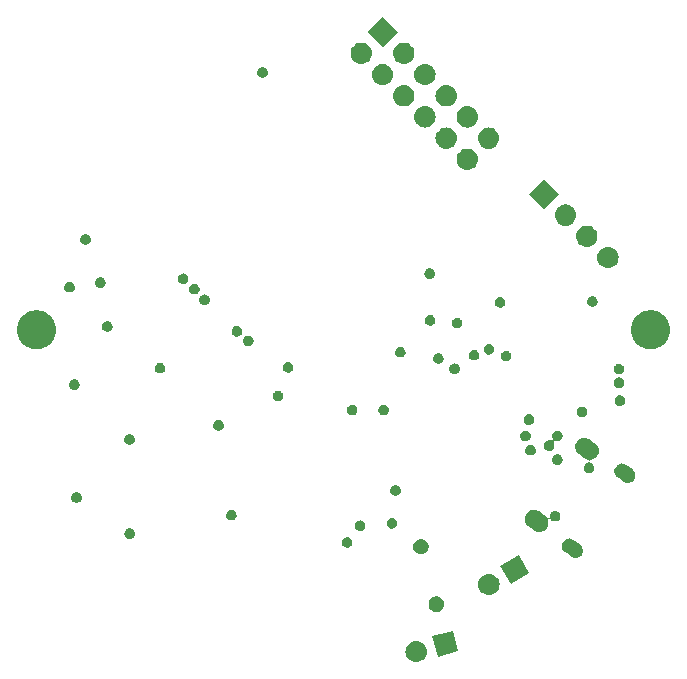
<source format=gbr>
G04 #@! TF.GenerationSoftware,KiCad,Pcbnew,(5.1.4)-1*
G04 #@! TF.CreationDate,2020-04-17T22:35:52+02:00*
G04 #@! TF.ProjectId,Sensorbaustein,53656e73-6f72-4626-9175-737465696e2e,1.7*
G04 #@! TF.SameCoordinates,Original*
G04 #@! TF.FileFunction,Soldermask,Bot*
G04 #@! TF.FilePolarity,Negative*
%FSLAX46Y46*%
G04 Gerber Fmt 4.6, Leading zero omitted, Abs format (unit mm)*
G04 Created by KiCad (PCBNEW (5.1.4)-1) date 2020-04-17 22:35:52*
%MOMM*%
%LPD*%
G04 APERTURE LIST*
%ADD10C,0.100000*%
G04 APERTURE END LIST*
D10*
G36*
X146256991Y-131362919D02*
G01*
X146323175Y-131369437D01*
X146493014Y-131420957D01*
X146649539Y-131504622D01*
X146685277Y-131533952D01*
X146786734Y-131617214D01*
X146869996Y-131718671D01*
X146899326Y-131754409D01*
X146982991Y-131910934D01*
X147034511Y-132080773D01*
X147051907Y-132257400D01*
X147034511Y-132434027D01*
X146982991Y-132603866D01*
X146899326Y-132760391D01*
X146869996Y-132796129D01*
X146786734Y-132897586D01*
X146685277Y-132980848D01*
X146649539Y-133010178D01*
X146493014Y-133093843D01*
X146323175Y-133145363D01*
X146256991Y-133151881D01*
X146190808Y-133158400D01*
X146102288Y-133158400D01*
X146036105Y-133151881D01*
X145969921Y-133145363D01*
X145800082Y-133093843D01*
X145643557Y-133010178D01*
X145607819Y-132980848D01*
X145506362Y-132897586D01*
X145423100Y-132796129D01*
X145393770Y-132760391D01*
X145310105Y-132603866D01*
X145258585Y-132434027D01*
X145241189Y-132257400D01*
X145258585Y-132080773D01*
X145310105Y-131910934D01*
X145393770Y-131754409D01*
X145423100Y-131718671D01*
X145506362Y-131617214D01*
X145607819Y-131533952D01*
X145643557Y-131504622D01*
X145800082Y-131420957D01*
X145969921Y-131369437D01*
X146036105Y-131362919D01*
X146102288Y-131356400D01*
X146190808Y-131356400D01*
X146256991Y-131362919D01*
X146256991Y-131362919D01*
G37*
G36*
X149703495Y-132237103D02*
G01*
X147962897Y-132703495D01*
X147496505Y-130962897D01*
X149237103Y-130496505D01*
X149703495Y-132237103D01*
X149703495Y-132237103D01*
G37*
G36*
X148044865Y-127608172D02*
G01*
X148164252Y-127657624D01*
X148271691Y-127729412D01*
X148363069Y-127820790D01*
X148434857Y-127928229D01*
X148484309Y-128047616D01*
X148509518Y-128174351D01*
X148509518Y-128303575D01*
X148484309Y-128430310D01*
X148434857Y-128549697D01*
X148363069Y-128657136D01*
X148271691Y-128748514D01*
X148164252Y-128820302D01*
X148044865Y-128869754D01*
X147918130Y-128894963D01*
X147788906Y-128894963D01*
X147662171Y-128869754D01*
X147542784Y-128820302D01*
X147435345Y-128748514D01*
X147343967Y-128657136D01*
X147272179Y-128549697D01*
X147222727Y-128430310D01*
X147197518Y-128303575D01*
X147197518Y-128174351D01*
X147222727Y-128047616D01*
X147272179Y-127928229D01*
X147343967Y-127820790D01*
X147435345Y-127729412D01*
X147542784Y-127657624D01*
X147662171Y-127608172D01*
X147788906Y-127582963D01*
X147918130Y-127582963D01*
X148044865Y-127608172D01*
X148044865Y-127608172D01*
G37*
G36*
X152410737Y-125675518D02*
G01*
X152476922Y-125682037D01*
X152646761Y-125733557D01*
X152803286Y-125817222D01*
X152839024Y-125846552D01*
X152940481Y-125929814D01*
X153023743Y-126031271D01*
X153053073Y-126067009D01*
X153136738Y-126223534D01*
X153188258Y-126393373D01*
X153205654Y-126570000D01*
X153188258Y-126746627D01*
X153136738Y-126916466D01*
X153053073Y-127072991D01*
X153023743Y-127108729D01*
X152940481Y-127210186D01*
X152839024Y-127293448D01*
X152803286Y-127322778D01*
X152646761Y-127406443D01*
X152476922Y-127457963D01*
X152410738Y-127464481D01*
X152344555Y-127471000D01*
X152256035Y-127471000D01*
X152189852Y-127464481D01*
X152123668Y-127457963D01*
X151953829Y-127406443D01*
X151797304Y-127322778D01*
X151761566Y-127293448D01*
X151660109Y-127210186D01*
X151576847Y-127108729D01*
X151547517Y-127072991D01*
X151463852Y-126916466D01*
X151412332Y-126746627D01*
X151394936Y-126570000D01*
X151412332Y-126393373D01*
X151463852Y-126223534D01*
X151547517Y-126067009D01*
X151576847Y-126031271D01*
X151660109Y-125929814D01*
X151761566Y-125846552D01*
X151797304Y-125817222D01*
X151953829Y-125733557D01*
X152123668Y-125682037D01*
X152189853Y-125675518D01*
X152256035Y-125669000D01*
X152344555Y-125669000D01*
X152410737Y-125675518D01*
X152410737Y-125675518D01*
G37*
G36*
X155730790Y-125629789D02*
G01*
X154170211Y-126530790D01*
X153269210Y-124970211D01*
X154829789Y-124069210D01*
X155730790Y-125629789D01*
X155730790Y-125629789D01*
G37*
G36*
X159244657Y-122692158D02*
G01*
X159361853Y-122730520D01*
X159442390Y-122775854D01*
X160025207Y-123183947D01*
X160095349Y-123244119D01*
X160148227Y-123311497D01*
X160171479Y-123341123D01*
X160227221Y-123451115D01*
X160260433Y-123569870D01*
X160268229Y-123671769D01*
X160269840Y-123692825D01*
X160255080Y-123815243D01*
X160216718Y-123932439D01*
X160156232Y-124039894D01*
X160075941Y-124133488D01*
X160046755Y-124156393D01*
X159978938Y-124209617D01*
X159868946Y-124265359D01*
X159750191Y-124298571D01*
X159627239Y-124307978D01*
X159627236Y-124307978D01*
X159504818Y-124293218D01*
X159387618Y-124254855D01*
X159307094Y-124209527D01*
X159307090Y-124209524D01*
X159307086Y-124209522D01*
X159057064Y-124034454D01*
X158724269Y-123801429D01*
X158654128Y-123741258D01*
X158599593Y-123671769D01*
X158577997Y-123644252D01*
X158522255Y-123534260D01*
X158489043Y-123415505D01*
X158479636Y-123292554D01*
X158479636Y-123292551D01*
X158494396Y-123170133D01*
X158532758Y-123052937D01*
X158593244Y-122945482D01*
X158673535Y-122851888D01*
X158726748Y-122810127D01*
X158770538Y-122775759D01*
X158880530Y-122720017D01*
X158999285Y-122686805D01*
X159122236Y-122677398D01*
X159122239Y-122677398D01*
X159244657Y-122692158D01*
X159244657Y-122692158D01*
G37*
G36*
X146737829Y-122730246D02*
G01*
X146830169Y-122768495D01*
X146847707Y-122775759D01*
X146857216Y-122779698D01*
X146964655Y-122851486D01*
X147056033Y-122942864D01*
X147127821Y-123050303D01*
X147127822Y-123050305D01*
X147139024Y-123077350D01*
X147177273Y-123169690D01*
X147202482Y-123296425D01*
X147202482Y-123425649D01*
X147177273Y-123552384D01*
X147127821Y-123671771D01*
X147056033Y-123779210D01*
X146964655Y-123870588D01*
X146857216Y-123942376D01*
X146737829Y-123991828D01*
X146611094Y-124017037D01*
X146481870Y-124017037D01*
X146355135Y-123991828D01*
X146235748Y-123942376D01*
X146128309Y-123870588D01*
X146036931Y-123779210D01*
X145965143Y-123671771D01*
X145915691Y-123552384D01*
X145890482Y-123425649D01*
X145890482Y-123296425D01*
X145915691Y-123169690D01*
X145953940Y-123077350D01*
X145965142Y-123050305D01*
X145965143Y-123050303D01*
X146036931Y-122942864D01*
X146128309Y-122851486D01*
X146235748Y-122779698D01*
X146245258Y-122775759D01*
X146262795Y-122768495D01*
X146355135Y-122730246D01*
X146481870Y-122705037D01*
X146611094Y-122705037D01*
X146737829Y-122730246D01*
X146737829Y-122730246D01*
G37*
G36*
X140431552Y-122566331D02*
G01*
X140513627Y-122600328D01*
X140513629Y-122600329D01*
X140587496Y-122649686D01*
X140650314Y-122712504D01*
X140695212Y-122779697D01*
X140699672Y-122786373D01*
X140733669Y-122868448D01*
X140751000Y-122955579D01*
X140751000Y-123044421D01*
X140733669Y-123131552D01*
X140711966Y-123183947D01*
X140699671Y-123213629D01*
X140650314Y-123287496D01*
X140587496Y-123350314D01*
X140513629Y-123399671D01*
X140513628Y-123399672D01*
X140513627Y-123399672D01*
X140431552Y-123433669D01*
X140344421Y-123451000D01*
X140255579Y-123451000D01*
X140168448Y-123433669D01*
X140086373Y-123399672D01*
X140086372Y-123399672D01*
X140086371Y-123399671D01*
X140012504Y-123350314D01*
X139949686Y-123287496D01*
X139900329Y-123213629D01*
X139888034Y-123183947D01*
X139866331Y-123131552D01*
X139849000Y-123044421D01*
X139849000Y-122955579D01*
X139866331Y-122868448D01*
X139900328Y-122786373D01*
X139904789Y-122779697D01*
X139949686Y-122712504D01*
X140012504Y-122649686D01*
X140086371Y-122600329D01*
X140086373Y-122600328D01*
X140168448Y-122566331D01*
X140255579Y-122549000D01*
X140344421Y-122549000D01*
X140431552Y-122566331D01*
X140431552Y-122566331D01*
G37*
G36*
X122031552Y-121826331D02*
G01*
X122091107Y-121851000D01*
X122113629Y-121860329D01*
X122187496Y-121909686D01*
X122250314Y-121972504D01*
X122291184Y-122033669D01*
X122299672Y-122046373D01*
X122333669Y-122128448D01*
X122351000Y-122215579D01*
X122351000Y-122304421D01*
X122333669Y-122391552D01*
X122299672Y-122473627D01*
X122299671Y-122473629D01*
X122250314Y-122547496D01*
X122187496Y-122610314D01*
X122113629Y-122659671D01*
X122113628Y-122659672D01*
X122113627Y-122659672D01*
X122031552Y-122693669D01*
X121944421Y-122711000D01*
X121855579Y-122711000D01*
X121768448Y-122693669D01*
X121686373Y-122659672D01*
X121686372Y-122659672D01*
X121686371Y-122659671D01*
X121612504Y-122610314D01*
X121549686Y-122547496D01*
X121500329Y-122473629D01*
X121500328Y-122473627D01*
X121466331Y-122391552D01*
X121449000Y-122304421D01*
X121449000Y-122215579D01*
X121466331Y-122128448D01*
X121500328Y-122046373D01*
X121508817Y-122033669D01*
X121549686Y-121972504D01*
X121612504Y-121909686D01*
X121686371Y-121860329D01*
X121708893Y-121851000D01*
X121768448Y-121826331D01*
X121855579Y-121809000D01*
X121944421Y-121809000D01*
X122031552Y-121826331D01*
X122031552Y-121826331D01*
G37*
G36*
X156291501Y-120271221D02*
G01*
X156436768Y-120318772D01*
X156536602Y-120374968D01*
X156536603Y-120374969D01*
X157001666Y-120700609D01*
X157049584Y-120734162D01*
X157136530Y-120808750D01*
X157234679Y-120933812D01*
X157241303Y-120944209D01*
X157258248Y-120961910D01*
X157278321Y-120975965D01*
X157300750Y-120985834D01*
X157324673Y-120991137D01*
X157349171Y-120991672D01*
X157373303Y-120987416D01*
X157396141Y-120978535D01*
X157416807Y-120965369D01*
X157434508Y-120948424D01*
X157448563Y-120928351D01*
X157458432Y-120905922D01*
X157463735Y-120881999D01*
X157464032Y-120854785D01*
X157457555Y-120789019D01*
X157466262Y-120700609D01*
X157492051Y-120615593D01*
X157533930Y-120537244D01*
X157590288Y-120468570D01*
X157658962Y-120412212D01*
X157737311Y-120370333D01*
X157822327Y-120344544D01*
X157888579Y-120338019D01*
X157932895Y-120338019D01*
X157999147Y-120344544D01*
X158084163Y-120370333D01*
X158162512Y-120412212D01*
X158231186Y-120468570D01*
X158287544Y-120537244D01*
X158329423Y-120615593D01*
X158355212Y-120700609D01*
X158363919Y-120789019D01*
X158355212Y-120877429D01*
X158329423Y-120962445D01*
X158287544Y-121040794D01*
X158231186Y-121109468D01*
X158162512Y-121165826D01*
X158084163Y-121207705D01*
X157999147Y-121233494D01*
X157932895Y-121240019D01*
X157888579Y-121240019D01*
X157822327Y-121233494D01*
X157737311Y-121207705D01*
X157658962Y-121165826D01*
X157590288Y-121109468D01*
X157545766Y-121055216D01*
X157528439Y-121037889D01*
X157508065Y-121024275D01*
X157485426Y-121014898D01*
X157461393Y-121010117D01*
X157436889Y-121010117D01*
X157412856Y-121014897D01*
X157390217Y-121024274D01*
X157369842Y-121037888D01*
X157352515Y-121055215D01*
X157338901Y-121075589D01*
X157329524Y-121098228D01*
X157324743Y-121122261D01*
X157324743Y-121146765D01*
X157328760Y-121168182D01*
X157341171Y-121212558D01*
X157348817Y-121312504D01*
X157352113Y-121355580D01*
X157352831Y-121364972D01*
X157334533Y-121516731D01*
X157292124Y-121646288D01*
X157286980Y-121662003D01*
X157237269Y-121750315D01*
X157211998Y-121795209D01*
X157112472Y-121911226D01*
X157062664Y-121950315D01*
X156992224Y-122005597D01*
X156855875Y-122074696D01*
X156823702Y-122083694D01*
X156708665Y-122115867D01*
X156576476Y-122125980D01*
X156556251Y-122127527D01*
X156556249Y-122127527D01*
X156404496Y-122109230D01*
X156404493Y-122109229D01*
X156404492Y-122109229D01*
X156298994Y-122074696D01*
X156259214Y-122061675D01*
X156159397Y-122005487D01*
X156151091Y-121999671D01*
X155646412Y-121646291D01*
X155646411Y-121646290D01*
X155646408Y-121646288D01*
X155559462Y-121571700D01*
X155465092Y-121451453D01*
X155432111Y-121386373D01*
X155395992Y-121315103D01*
X155377697Y-121249686D01*
X155354821Y-121167892D01*
X155343161Y-121015478D01*
X155361459Y-120863719D01*
X155409010Y-120718452D01*
X155483994Y-120585241D01*
X155583520Y-120469224D01*
X155703767Y-120374854D01*
X155712688Y-120370333D01*
X155840117Y-120305754D01*
X155872290Y-120296756D01*
X155987328Y-120264583D01*
X156119515Y-120254470D01*
X156139740Y-120252923D01*
X156139742Y-120252923D01*
X156291501Y-120271221D01*
X156291501Y-120271221D01*
G37*
G36*
X141531552Y-121166331D02*
G01*
X141613627Y-121200328D01*
X141613629Y-121200329D01*
X141650813Y-121225175D01*
X141687495Y-121249685D01*
X141750315Y-121312505D01*
X141799672Y-121386373D01*
X141833669Y-121468448D01*
X141851000Y-121555579D01*
X141851000Y-121644421D01*
X141833669Y-121731552D01*
X141799672Y-121813627D01*
X141799671Y-121813629D01*
X141750314Y-121887496D01*
X141687496Y-121950314D01*
X141613629Y-121999671D01*
X141613628Y-121999672D01*
X141613627Y-121999672D01*
X141531552Y-122033669D01*
X141444421Y-122051000D01*
X141355579Y-122051000D01*
X141268448Y-122033669D01*
X141186373Y-121999672D01*
X141186372Y-121999672D01*
X141186371Y-121999671D01*
X141112504Y-121950314D01*
X141049686Y-121887496D01*
X141000329Y-121813629D01*
X141000328Y-121813627D01*
X140966331Y-121731552D01*
X140949000Y-121644421D01*
X140949000Y-121555579D01*
X140966331Y-121468448D01*
X141000328Y-121386373D01*
X141049685Y-121312505D01*
X141112505Y-121249685D01*
X141149187Y-121225175D01*
X141186371Y-121200329D01*
X141186373Y-121200328D01*
X141268448Y-121166331D01*
X141355579Y-121149000D01*
X141444421Y-121149000D01*
X141531552Y-121166331D01*
X141531552Y-121166331D01*
G37*
G36*
X144231552Y-120966331D02*
G01*
X144313627Y-121000328D01*
X144313629Y-121000329D01*
X144335431Y-121014897D01*
X144374189Y-121040794D01*
X144387496Y-121049686D01*
X144450314Y-121112504D01*
X144487324Y-121167892D01*
X144499672Y-121186373D01*
X144533669Y-121268448D01*
X144551000Y-121355579D01*
X144551000Y-121444421D01*
X144533669Y-121531552D01*
X144499672Y-121613627D01*
X144467352Y-121661998D01*
X144450314Y-121687496D01*
X144387496Y-121750314D01*
X144313629Y-121799671D01*
X144313628Y-121799672D01*
X144313627Y-121799672D01*
X144231552Y-121833669D01*
X144144421Y-121851000D01*
X144055579Y-121851000D01*
X143968448Y-121833669D01*
X143886373Y-121799672D01*
X143886372Y-121799672D01*
X143886371Y-121799671D01*
X143812504Y-121750314D01*
X143749686Y-121687496D01*
X143732649Y-121661998D01*
X143700328Y-121613627D01*
X143666331Y-121531552D01*
X143649000Y-121444421D01*
X143649000Y-121355579D01*
X143666331Y-121268448D01*
X143700328Y-121186373D01*
X143712677Y-121167892D01*
X143749686Y-121112504D01*
X143812504Y-121049686D01*
X143825812Y-121040794D01*
X143864569Y-121014897D01*
X143886371Y-121000329D01*
X143886373Y-121000328D01*
X143968448Y-120966331D01*
X144055579Y-120949000D01*
X144144421Y-120949000D01*
X144231552Y-120966331D01*
X144231552Y-120966331D01*
G37*
G36*
X130631552Y-120266331D02*
G01*
X130713627Y-120300328D01*
X130713629Y-120300329D01*
X130741235Y-120318775D01*
X130770036Y-120338019D01*
X130787496Y-120349686D01*
X130850314Y-120412504D01*
X130888214Y-120469224D01*
X130899672Y-120486373D01*
X130933669Y-120568448D01*
X130951000Y-120655579D01*
X130951000Y-120744421D01*
X130933669Y-120831552D01*
X130899672Y-120913627D01*
X130850315Y-120987495D01*
X130787495Y-121050315D01*
X130780160Y-121055216D01*
X130713629Y-121099671D01*
X130713628Y-121099672D01*
X130713627Y-121099672D01*
X130631552Y-121133669D01*
X130544421Y-121151000D01*
X130455579Y-121151000D01*
X130368448Y-121133669D01*
X130286373Y-121099672D01*
X130286372Y-121099672D01*
X130286371Y-121099671D01*
X130219840Y-121055216D01*
X130212505Y-121050315D01*
X130149685Y-120987495D01*
X130100328Y-120913627D01*
X130066331Y-120831552D01*
X130049000Y-120744421D01*
X130049000Y-120655579D01*
X130066331Y-120568448D01*
X130100328Y-120486373D01*
X130111787Y-120469224D01*
X130149686Y-120412504D01*
X130212504Y-120349686D01*
X130229965Y-120338019D01*
X130258765Y-120318775D01*
X130286371Y-120300329D01*
X130286373Y-120300328D01*
X130368448Y-120266331D01*
X130455579Y-120249000D01*
X130544421Y-120249000D01*
X130631552Y-120266331D01*
X130631552Y-120266331D01*
G37*
G36*
X117531552Y-118766331D02*
G01*
X117613627Y-118800328D01*
X117613629Y-118800329D01*
X117650813Y-118825175D01*
X117687495Y-118849685D01*
X117750315Y-118912505D01*
X117799672Y-118986373D01*
X117833669Y-119068448D01*
X117851000Y-119155579D01*
X117851000Y-119244421D01*
X117833669Y-119331552D01*
X117799672Y-119413627D01*
X117799671Y-119413629D01*
X117750314Y-119487496D01*
X117687496Y-119550314D01*
X117613629Y-119599671D01*
X117613628Y-119599672D01*
X117613627Y-119599672D01*
X117531552Y-119633669D01*
X117444421Y-119651000D01*
X117355579Y-119651000D01*
X117268448Y-119633669D01*
X117186373Y-119599672D01*
X117186372Y-119599672D01*
X117186371Y-119599671D01*
X117112504Y-119550314D01*
X117049686Y-119487496D01*
X117000329Y-119413629D01*
X117000328Y-119413627D01*
X116966331Y-119331552D01*
X116949000Y-119244421D01*
X116949000Y-119155579D01*
X116966331Y-119068448D01*
X117000328Y-118986373D01*
X117049685Y-118912505D01*
X117112505Y-118849685D01*
X117149187Y-118825175D01*
X117186371Y-118800329D01*
X117186373Y-118800328D01*
X117268448Y-118766331D01*
X117355579Y-118749000D01*
X117444421Y-118749000D01*
X117531552Y-118766331D01*
X117531552Y-118766331D01*
G37*
G36*
X144531552Y-118166331D02*
G01*
X144613627Y-118200328D01*
X144613629Y-118200329D01*
X144650813Y-118225175D01*
X144687495Y-118249685D01*
X144750315Y-118312505D01*
X144799672Y-118386373D01*
X144833669Y-118468448D01*
X144851000Y-118555579D01*
X144851000Y-118644421D01*
X144833669Y-118731552D01*
X144805180Y-118800329D01*
X144799671Y-118813629D01*
X144750314Y-118887496D01*
X144687496Y-118950314D01*
X144613629Y-118999671D01*
X144613628Y-118999672D01*
X144613627Y-118999672D01*
X144531552Y-119033669D01*
X144444421Y-119051000D01*
X144355579Y-119051000D01*
X144268448Y-119033669D01*
X144186373Y-118999672D01*
X144186372Y-118999672D01*
X144186371Y-118999671D01*
X144112504Y-118950314D01*
X144049686Y-118887496D01*
X144000329Y-118813629D01*
X143994820Y-118800329D01*
X143966331Y-118731552D01*
X143949000Y-118644421D01*
X143949000Y-118555579D01*
X143966331Y-118468448D01*
X144000328Y-118386373D01*
X144049685Y-118312505D01*
X144112505Y-118249685D01*
X144149187Y-118225175D01*
X144186371Y-118200329D01*
X144186373Y-118200328D01*
X144268448Y-118166331D01*
X144355579Y-118149000D01*
X144444421Y-118149000D01*
X144531552Y-118166331D01*
X144531552Y-118166331D01*
G37*
G36*
X163689874Y-116343730D02*
G01*
X163807070Y-116382092D01*
X163887607Y-116427426D01*
X164470424Y-116835519D01*
X164540566Y-116895691D01*
X164593444Y-116963069D01*
X164616696Y-116992695D01*
X164672438Y-117102687D01*
X164705650Y-117221442D01*
X164715057Y-117344394D01*
X164715057Y-117344397D01*
X164700297Y-117466815D01*
X164661935Y-117584011D01*
X164601449Y-117691466D01*
X164521158Y-117785060D01*
X164491972Y-117807965D01*
X164424155Y-117861189D01*
X164314163Y-117916931D01*
X164195408Y-117950143D01*
X164072456Y-117959550D01*
X164072453Y-117959550D01*
X163950035Y-117944790D01*
X163832835Y-117906427D01*
X163752311Y-117861099D01*
X163752307Y-117861096D01*
X163752303Y-117861094D01*
X163356588Y-117584011D01*
X163169486Y-117453001D01*
X163099345Y-117392830D01*
X163052842Y-117333575D01*
X163023214Y-117295824D01*
X162967472Y-117185832D01*
X162934260Y-117067077D01*
X162924853Y-116944126D01*
X162924853Y-116944123D01*
X162939613Y-116821705D01*
X162977975Y-116704509D01*
X163038461Y-116597054D01*
X163118752Y-116503460D01*
X163185597Y-116451000D01*
X163215755Y-116427331D01*
X163325747Y-116371589D01*
X163444502Y-116338377D01*
X163567453Y-116328970D01*
X163567456Y-116328970D01*
X163689874Y-116343730D01*
X163689874Y-116343730D01*
G37*
G36*
X160564646Y-114168538D02*
G01*
X160709913Y-114216089D01*
X160809747Y-114272285D01*
X160944060Y-114366332D01*
X161231351Y-114567495D01*
X161322729Y-114631479D01*
X161409675Y-114706067D01*
X161504045Y-114826314D01*
X161504046Y-114826316D01*
X161573145Y-114962664D01*
X161573145Y-114962665D01*
X161614316Y-115109874D01*
X161625976Y-115262289D01*
X161607678Y-115414048D01*
X161563073Y-115550314D01*
X161560125Y-115559320D01*
X161485144Y-115692525D01*
X161485143Y-115692526D01*
X161385617Y-115808543D01*
X161286664Y-115886202D01*
X161265369Y-115902914D01*
X161129020Y-115972013D01*
X161096847Y-115981011D01*
X160981810Y-116013184D01*
X160934286Y-116016820D01*
X160910154Y-116021075D01*
X160887316Y-116029956D01*
X160866649Y-116043122D01*
X160848949Y-116060067D01*
X160834893Y-116080140D01*
X160825025Y-116102569D01*
X160819721Y-116126492D01*
X160819186Y-116150990D01*
X160823441Y-116175122D01*
X160832322Y-116197960D01*
X160845488Y-116218627D01*
X160862433Y-116236327D01*
X160882506Y-116250383D01*
X160907536Y-116261072D01*
X160952045Y-116274573D01*
X161030394Y-116316452D01*
X161099068Y-116372810D01*
X161155426Y-116441484D01*
X161197305Y-116519833D01*
X161223094Y-116604849D01*
X161231801Y-116693259D01*
X161223094Y-116781669D01*
X161197305Y-116866685D01*
X161155426Y-116945034D01*
X161099068Y-117013708D01*
X161030394Y-117070066D01*
X160952045Y-117111945D01*
X160867029Y-117137734D01*
X160800777Y-117144259D01*
X160756461Y-117144259D01*
X160690209Y-117137734D01*
X160605193Y-117111945D01*
X160526844Y-117070066D01*
X160458170Y-117013708D01*
X160401812Y-116945034D01*
X160359933Y-116866685D01*
X160334144Y-116781669D01*
X160325437Y-116693259D01*
X160334144Y-116604849D01*
X160359933Y-116519833D01*
X160401812Y-116441484D01*
X160458170Y-116372810D01*
X160526844Y-116316452D01*
X160605193Y-116274573D01*
X160689208Y-116249088D01*
X160711847Y-116239711D01*
X160732221Y-116226097D01*
X160749548Y-116208770D01*
X160763162Y-116188396D01*
X160772539Y-116165757D01*
X160777320Y-116141724D01*
X160777320Y-116117219D01*
X160772540Y-116093186D01*
X160763163Y-116070547D01*
X160749549Y-116050173D01*
X160732222Y-116032846D01*
X160711848Y-116019232D01*
X160689209Y-116009855D01*
X160685117Y-116008994D01*
X160677639Y-116006546D01*
X160677637Y-116006546D01*
X160572139Y-115972013D01*
X160532359Y-115958992D01*
X160432542Y-115902804D01*
X160383477Y-115868448D01*
X159919557Y-115543608D01*
X159919556Y-115543607D01*
X159919553Y-115543605D01*
X159832607Y-115469017D01*
X159738237Y-115348770D01*
X159679906Y-115233669D01*
X159669137Y-115212420D01*
X159640458Y-115109874D01*
X159627966Y-115065209D01*
X159616306Y-114912795D01*
X159634604Y-114761036D01*
X159682155Y-114615769D01*
X159740282Y-114512505D01*
X159757138Y-114482559D01*
X159784211Y-114451000D01*
X159856665Y-114366541D01*
X159976912Y-114272171D01*
X160017951Y-114251373D01*
X160113262Y-114203071D01*
X160145435Y-114194073D01*
X160260473Y-114161900D01*
X160392660Y-114151787D01*
X160412885Y-114150240D01*
X160412887Y-114150240D01*
X160564646Y-114168538D01*
X160564646Y-114168538D01*
G37*
G36*
X158231552Y-115566331D02*
G01*
X158313627Y-115600328D01*
X158313629Y-115600329D01*
X158350813Y-115625175D01*
X158387495Y-115649685D01*
X158450315Y-115712505D01*
X158499672Y-115786373D01*
X158533669Y-115868448D01*
X158551000Y-115955579D01*
X158551000Y-116044421D01*
X158533669Y-116131552D01*
X158501684Y-116208770D01*
X158499671Y-116213629D01*
X158450314Y-116287496D01*
X158387496Y-116350314D01*
X158313629Y-116399671D01*
X158313628Y-116399672D01*
X158313627Y-116399672D01*
X158231552Y-116433669D01*
X158144421Y-116451000D01*
X158055579Y-116451000D01*
X157968448Y-116433669D01*
X157886373Y-116399672D01*
X157886372Y-116399672D01*
X157886371Y-116399671D01*
X157812504Y-116350314D01*
X157749686Y-116287496D01*
X157700329Y-116213629D01*
X157698316Y-116208770D01*
X157666331Y-116131552D01*
X157649000Y-116044421D01*
X157649000Y-115955579D01*
X157666331Y-115868448D01*
X157700328Y-115786373D01*
X157749685Y-115712505D01*
X157812505Y-115649685D01*
X157849187Y-115625175D01*
X157886371Y-115600329D01*
X157886373Y-115600328D01*
X157968448Y-115566331D01*
X158055579Y-115549000D01*
X158144421Y-115549000D01*
X158231552Y-115566331D01*
X158231552Y-115566331D01*
G37*
G36*
X155956552Y-114766330D02*
G01*
X156038627Y-114800327D01*
X156038629Y-114800328D01*
X156075813Y-114825174D01*
X156112495Y-114849684D01*
X156175315Y-114912504D01*
X156188042Y-114931552D01*
X156208832Y-114962665D01*
X156224672Y-114986372D01*
X156258669Y-115068447D01*
X156276000Y-115155578D01*
X156276000Y-115244420D01*
X156258669Y-115331551D01*
X156224672Y-115413626D01*
X156224671Y-115413628D01*
X156224390Y-115414048D01*
X156175315Y-115487494D01*
X156112495Y-115550314D01*
X156088524Y-115566331D01*
X156038629Y-115599670D01*
X156038628Y-115599671D01*
X156038627Y-115599671D01*
X155956552Y-115633668D01*
X155869421Y-115650999D01*
X155780579Y-115650999D01*
X155693448Y-115633668D01*
X155611373Y-115599671D01*
X155611372Y-115599671D01*
X155611371Y-115599670D01*
X155561476Y-115566331D01*
X155537505Y-115550314D01*
X155474685Y-115487494D01*
X155425610Y-115414048D01*
X155425329Y-115413628D01*
X155425328Y-115413626D01*
X155391331Y-115331551D01*
X155374000Y-115244420D01*
X155374000Y-115155578D01*
X155391331Y-115068447D01*
X155425328Y-114986372D01*
X155441169Y-114962665D01*
X155461958Y-114931552D01*
X155474685Y-114912504D01*
X155537505Y-114849684D01*
X155574187Y-114825174D01*
X155611371Y-114800328D01*
X155611373Y-114800327D01*
X155693448Y-114766330D01*
X155780579Y-114748999D01*
X155869421Y-114748999D01*
X155956552Y-114766330D01*
X155956552Y-114766330D01*
G37*
G36*
X158231552Y-113566331D02*
G01*
X158313627Y-113600328D01*
X158313629Y-113600329D01*
X158350813Y-113625175D01*
X158387495Y-113649685D01*
X158450315Y-113712505D01*
X158499672Y-113786373D01*
X158533669Y-113868448D01*
X158551000Y-113955579D01*
X158551000Y-114044421D01*
X158533669Y-114131552D01*
X158504044Y-114203071D01*
X158499671Y-114213629D01*
X158474825Y-114250813D01*
X158450315Y-114287495D01*
X158387495Y-114350315D01*
X158352088Y-114373973D01*
X158313629Y-114399671D01*
X158313628Y-114399672D01*
X158313627Y-114399672D01*
X158231552Y-114433669D01*
X158144421Y-114451000D01*
X158055579Y-114451000D01*
X157968443Y-114433668D01*
X157967164Y-114433138D01*
X157943715Y-114426025D01*
X157919329Y-114423624D01*
X157894943Y-114426027D01*
X157871494Y-114433140D01*
X157849884Y-114444692D01*
X157830943Y-114460238D01*
X157815398Y-114479180D01*
X157803848Y-114500792D01*
X157796735Y-114524241D01*
X157794334Y-114548627D01*
X157796737Y-114573013D01*
X157803848Y-114596454D01*
X157818355Y-114631479D01*
X157833669Y-114668451D01*
X157851000Y-114755579D01*
X157851000Y-114844421D01*
X157833669Y-114931552D01*
X157799672Y-115013627D01*
X157750315Y-115087495D01*
X157687495Y-115150315D01*
X157650813Y-115174825D01*
X157613629Y-115199671D01*
X157613628Y-115199672D01*
X157613627Y-115199672D01*
X157531552Y-115233669D01*
X157444421Y-115251000D01*
X157355579Y-115251000D01*
X157268448Y-115233669D01*
X157186373Y-115199672D01*
X157186372Y-115199672D01*
X157186371Y-115199671D01*
X157149187Y-115174825D01*
X157112505Y-115150315D01*
X157049685Y-115087495D01*
X157000328Y-115013627D01*
X156966331Y-114931552D01*
X156949000Y-114844421D01*
X156949000Y-114755579D01*
X156966331Y-114668448D01*
X157000328Y-114586373D01*
X157049685Y-114512505D01*
X157112505Y-114449685D01*
X157169575Y-114411552D01*
X157186371Y-114400329D01*
X157187957Y-114399672D01*
X157268448Y-114366331D01*
X157355579Y-114349000D01*
X157444421Y-114349000D01*
X157531557Y-114366332D01*
X157532836Y-114366862D01*
X157556285Y-114373975D01*
X157580671Y-114376376D01*
X157605057Y-114373973D01*
X157628506Y-114366860D01*
X157650116Y-114355308D01*
X157669057Y-114339762D01*
X157684602Y-114320820D01*
X157696152Y-114299208D01*
X157703265Y-114275759D01*
X157705666Y-114251373D01*
X157703263Y-114226987D01*
X157696152Y-114203546D01*
X157666332Y-114131552D01*
X157649000Y-114044420D01*
X157649000Y-113955579D01*
X157666331Y-113868448D01*
X157700328Y-113786373D01*
X157749685Y-113712505D01*
X157812505Y-113649685D01*
X157849187Y-113625175D01*
X157886371Y-113600329D01*
X157886373Y-113600328D01*
X157968448Y-113566331D01*
X158055579Y-113549000D01*
X158144421Y-113549000D01*
X158231552Y-113566331D01*
X158231552Y-113566331D01*
G37*
G36*
X122011552Y-113846331D02*
G01*
X122093627Y-113880328D01*
X122093629Y-113880329D01*
X122167496Y-113929686D01*
X122230314Y-113992504D01*
X122265004Y-114044420D01*
X122279672Y-114066373D01*
X122313669Y-114148448D01*
X122331000Y-114235579D01*
X122331000Y-114324421D01*
X122313669Y-114411552D01*
X122279672Y-114493627D01*
X122230315Y-114567495D01*
X122167495Y-114630315D01*
X122130813Y-114654825D01*
X122093629Y-114679671D01*
X122093628Y-114679672D01*
X122093627Y-114679672D01*
X122011552Y-114713669D01*
X121924421Y-114731000D01*
X121835579Y-114731000D01*
X121748448Y-114713669D01*
X121666373Y-114679672D01*
X121666372Y-114679672D01*
X121666371Y-114679671D01*
X121629187Y-114654825D01*
X121592505Y-114630315D01*
X121529685Y-114567495D01*
X121480328Y-114493627D01*
X121446331Y-114411552D01*
X121429000Y-114324421D01*
X121429000Y-114235579D01*
X121446331Y-114148448D01*
X121480328Y-114066373D01*
X121494997Y-114044420D01*
X121529686Y-113992504D01*
X121592504Y-113929686D01*
X121666371Y-113880329D01*
X121666373Y-113880328D01*
X121748448Y-113846331D01*
X121835579Y-113829000D01*
X121924421Y-113829000D01*
X122011552Y-113846331D01*
X122011552Y-113846331D01*
G37*
G36*
X155531552Y-113566331D02*
G01*
X155613627Y-113600328D01*
X155613629Y-113600329D01*
X155650813Y-113625175D01*
X155687495Y-113649685D01*
X155750315Y-113712505D01*
X155799672Y-113786373D01*
X155833669Y-113868448D01*
X155851000Y-113955579D01*
X155851000Y-114044421D01*
X155833669Y-114131552D01*
X155804044Y-114203071D01*
X155799671Y-114213629D01*
X155774825Y-114250813D01*
X155750315Y-114287495D01*
X155687495Y-114350315D01*
X155652088Y-114373973D01*
X155613629Y-114399671D01*
X155613628Y-114399672D01*
X155613627Y-114399672D01*
X155531552Y-114433669D01*
X155444421Y-114451000D01*
X155355579Y-114451000D01*
X155268448Y-114433669D01*
X155186373Y-114399672D01*
X155186372Y-114399672D01*
X155186371Y-114399671D01*
X155147912Y-114373973D01*
X155112505Y-114350315D01*
X155049685Y-114287495D01*
X155025175Y-114250813D01*
X155000329Y-114213629D01*
X154995956Y-114203071D01*
X154966331Y-114131552D01*
X154949000Y-114044421D01*
X154949000Y-113955579D01*
X154966331Y-113868448D01*
X155000328Y-113786373D01*
X155049685Y-113712505D01*
X155112505Y-113649685D01*
X155149187Y-113625175D01*
X155186371Y-113600329D01*
X155186373Y-113600328D01*
X155268448Y-113566331D01*
X155355579Y-113549000D01*
X155444421Y-113549000D01*
X155531552Y-113566331D01*
X155531552Y-113566331D01*
G37*
G36*
X129541552Y-112656331D02*
G01*
X129623627Y-112690328D01*
X129623629Y-112690329D01*
X129660813Y-112715175D01*
X129697495Y-112739685D01*
X129760315Y-112802505D01*
X129809672Y-112876373D01*
X129843669Y-112958448D01*
X129861000Y-113045579D01*
X129861000Y-113134421D01*
X129843669Y-113221552D01*
X129809672Y-113303627D01*
X129809671Y-113303629D01*
X129760314Y-113377496D01*
X129697496Y-113440314D01*
X129623629Y-113489671D01*
X129623628Y-113489672D01*
X129623627Y-113489672D01*
X129541552Y-113523669D01*
X129454421Y-113541000D01*
X129365579Y-113541000D01*
X129278448Y-113523669D01*
X129196373Y-113489672D01*
X129196372Y-113489672D01*
X129196371Y-113489671D01*
X129122504Y-113440314D01*
X129059686Y-113377496D01*
X129010329Y-113303629D01*
X129010328Y-113303627D01*
X128976331Y-113221552D01*
X128959000Y-113134421D01*
X128959000Y-113045579D01*
X128976331Y-112958448D01*
X129010328Y-112876373D01*
X129059685Y-112802505D01*
X129122505Y-112739685D01*
X129159187Y-112715175D01*
X129196371Y-112690329D01*
X129196373Y-112690328D01*
X129278448Y-112656331D01*
X129365579Y-112639000D01*
X129454421Y-112639000D01*
X129541552Y-112656331D01*
X129541552Y-112656331D01*
G37*
G36*
X155831552Y-112166331D02*
G01*
X155912043Y-112199672D01*
X155913629Y-112200329D01*
X155950813Y-112225175D01*
X155987495Y-112249685D01*
X156050315Y-112312505D01*
X156099672Y-112386373D01*
X156133669Y-112468448D01*
X156151000Y-112555579D01*
X156151000Y-112644421D01*
X156133669Y-112731552D01*
X156104279Y-112802504D01*
X156099671Y-112813629D01*
X156050314Y-112887496D01*
X155987496Y-112950314D01*
X155913629Y-112999671D01*
X155913628Y-112999672D01*
X155913627Y-112999672D01*
X155831552Y-113033669D01*
X155744421Y-113051000D01*
X155655579Y-113051000D01*
X155568448Y-113033669D01*
X155486373Y-112999672D01*
X155486372Y-112999672D01*
X155486371Y-112999671D01*
X155412504Y-112950314D01*
X155349686Y-112887496D01*
X155300329Y-112813629D01*
X155295721Y-112802504D01*
X155266331Y-112731552D01*
X155249000Y-112644421D01*
X155249000Y-112555579D01*
X155266331Y-112468448D01*
X155300328Y-112386373D01*
X155349685Y-112312505D01*
X155412505Y-112249685D01*
X155449187Y-112225175D01*
X155486371Y-112200329D01*
X155487957Y-112199672D01*
X155568448Y-112166331D01*
X155655579Y-112149000D01*
X155744421Y-112149000D01*
X155831552Y-112166331D01*
X155831552Y-112166331D01*
G37*
G36*
X160321552Y-111526331D02*
G01*
X160403627Y-111560328D01*
X160403629Y-111560329D01*
X160440813Y-111585175D01*
X160477495Y-111609685D01*
X160540315Y-111672505D01*
X160589672Y-111746373D01*
X160623669Y-111828448D01*
X160641000Y-111915579D01*
X160641000Y-112004421D01*
X160623669Y-112091552D01*
X160589672Y-112173627D01*
X160540315Y-112247495D01*
X160477495Y-112310315D01*
X160474217Y-112312505D01*
X160403629Y-112359671D01*
X160403628Y-112359672D01*
X160403627Y-112359672D01*
X160321552Y-112393669D01*
X160234421Y-112411000D01*
X160145579Y-112411000D01*
X160058448Y-112393669D01*
X159976373Y-112359672D01*
X159976372Y-112359672D01*
X159976371Y-112359671D01*
X159905783Y-112312505D01*
X159902505Y-112310315D01*
X159839685Y-112247495D01*
X159790328Y-112173627D01*
X159756331Y-112091552D01*
X159739000Y-112004421D01*
X159739000Y-111915579D01*
X159756331Y-111828448D01*
X159790328Y-111746373D01*
X159839685Y-111672505D01*
X159902505Y-111609685D01*
X159939187Y-111585175D01*
X159976371Y-111560329D01*
X159976373Y-111560328D01*
X160058448Y-111526331D01*
X160145579Y-111509000D01*
X160234421Y-111509000D01*
X160321552Y-111526331D01*
X160321552Y-111526331D01*
G37*
G36*
X140861552Y-111366331D02*
G01*
X140942043Y-111399672D01*
X140943629Y-111400329D01*
X140980813Y-111425175D01*
X141017495Y-111449685D01*
X141080315Y-111512505D01*
X141129672Y-111586373D01*
X141163669Y-111668448D01*
X141181000Y-111755579D01*
X141181000Y-111844421D01*
X141163669Y-111931552D01*
X141133485Y-112004421D01*
X141129671Y-112013629D01*
X141080314Y-112087496D01*
X141017496Y-112150314D01*
X140943629Y-112199671D01*
X140943628Y-112199672D01*
X140943627Y-112199672D01*
X140861552Y-112233669D01*
X140774421Y-112251000D01*
X140685579Y-112251000D01*
X140598448Y-112233669D01*
X140516373Y-112199672D01*
X140516372Y-112199672D01*
X140516371Y-112199671D01*
X140442504Y-112150314D01*
X140379686Y-112087496D01*
X140330329Y-112013629D01*
X140326515Y-112004421D01*
X140296331Y-111931552D01*
X140279000Y-111844421D01*
X140279000Y-111755579D01*
X140296331Y-111668448D01*
X140330328Y-111586373D01*
X140379685Y-111512505D01*
X140442505Y-111449685D01*
X140479187Y-111425175D01*
X140516371Y-111400329D01*
X140517957Y-111399672D01*
X140598448Y-111366331D01*
X140685579Y-111349000D01*
X140774421Y-111349000D01*
X140861552Y-111366331D01*
X140861552Y-111366331D01*
G37*
G36*
X143531552Y-111366331D02*
G01*
X143612043Y-111399672D01*
X143613629Y-111400329D01*
X143650813Y-111425175D01*
X143687495Y-111449685D01*
X143750315Y-111512505D01*
X143799672Y-111586373D01*
X143833669Y-111668448D01*
X143851000Y-111755579D01*
X143851000Y-111844421D01*
X143833669Y-111931552D01*
X143803485Y-112004421D01*
X143799671Y-112013629D01*
X143750314Y-112087496D01*
X143687496Y-112150314D01*
X143613629Y-112199671D01*
X143613628Y-112199672D01*
X143613627Y-112199672D01*
X143531552Y-112233669D01*
X143444421Y-112251000D01*
X143355579Y-112251000D01*
X143268448Y-112233669D01*
X143186373Y-112199672D01*
X143186372Y-112199672D01*
X143186371Y-112199671D01*
X143112504Y-112150314D01*
X143049686Y-112087496D01*
X143000329Y-112013629D01*
X142996515Y-112004421D01*
X142966331Y-111931552D01*
X142949000Y-111844421D01*
X142949000Y-111755579D01*
X142966331Y-111668448D01*
X143000328Y-111586373D01*
X143049685Y-111512505D01*
X143112505Y-111449685D01*
X143149187Y-111425175D01*
X143186371Y-111400329D01*
X143187957Y-111399672D01*
X143268448Y-111366331D01*
X143355579Y-111349000D01*
X143444421Y-111349000D01*
X143531552Y-111366331D01*
X143531552Y-111366331D01*
G37*
G36*
X163531552Y-110566331D02*
G01*
X163613627Y-110600328D01*
X163613629Y-110600329D01*
X163650813Y-110625175D01*
X163687495Y-110649685D01*
X163750315Y-110712505D01*
X163799672Y-110786373D01*
X163833669Y-110868448D01*
X163851000Y-110955579D01*
X163851000Y-111044421D01*
X163833669Y-111131552D01*
X163799672Y-111213627D01*
X163799671Y-111213629D01*
X163750314Y-111287496D01*
X163687496Y-111350314D01*
X163613629Y-111399671D01*
X163613628Y-111399672D01*
X163613627Y-111399672D01*
X163531552Y-111433669D01*
X163444421Y-111451000D01*
X163355579Y-111451000D01*
X163268448Y-111433669D01*
X163186373Y-111399672D01*
X163186372Y-111399672D01*
X163186371Y-111399671D01*
X163112504Y-111350314D01*
X163049686Y-111287496D01*
X163000329Y-111213629D01*
X163000328Y-111213627D01*
X162966331Y-111131552D01*
X162949000Y-111044421D01*
X162949000Y-110955579D01*
X162966331Y-110868448D01*
X163000328Y-110786373D01*
X163049685Y-110712505D01*
X163112505Y-110649685D01*
X163149187Y-110625175D01*
X163186371Y-110600329D01*
X163186373Y-110600328D01*
X163268448Y-110566331D01*
X163355579Y-110549000D01*
X163444421Y-110549000D01*
X163531552Y-110566331D01*
X163531552Y-110566331D01*
G37*
G36*
X134581552Y-110176331D02*
G01*
X134663627Y-110210328D01*
X134663629Y-110210329D01*
X134700813Y-110235175D01*
X134737495Y-110259685D01*
X134800315Y-110322505D01*
X134849672Y-110396373D01*
X134883669Y-110478448D01*
X134901000Y-110565579D01*
X134901000Y-110654421D01*
X134883669Y-110741552D01*
X134865104Y-110786371D01*
X134849671Y-110823629D01*
X134800314Y-110897496D01*
X134737496Y-110960314D01*
X134663629Y-111009671D01*
X134663628Y-111009672D01*
X134663627Y-111009672D01*
X134581552Y-111043669D01*
X134494421Y-111061000D01*
X134405579Y-111061000D01*
X134318448Y-111043669D01*
X134236373Y-111009672D01*
X134236372Y-111009672D01*
X134236371Y-111009671D01*
X134162504Y-110960314D01*
X134099686Y-110897496D01*
X134050329Y-110823629D01*
X134034896Y-110786371D01*
X134016331Y-110741552D01*
X133999000Y-110654421D01*
X133999000Y-110565579D01*
X134016331Y-110478448D01*
X134050328Y-110396373D01*
X134099685Y-110322505D01*
X134162505Y-110259685D01*
X134199187Y-110235175D01*
X134236371Y-110210329D01*
X134236373Y-110210328D01*
X134318448Y-110176331D01*
X134405579Y-110159000D01*
X134494421Y-110159000D01*
X134581552Y-110176331D01*
X134581552Y-110176331D01*
G37*
G36*
X117331552Y-109216331D02*
G01*
X117413627Y-109250328D01*
X117413629Y-109250329D01*
X117450813Y-109275175D01*
X117487495Y-109299685D01*
X117550315Y-109362505D01*
X117599672Y-109436373D01*
X117633669Y-109518448D01*
X117651000Y-109605579D01*
X117651000Y-109694421D01*
X117633669Y-109781552D01*
X117605186Y-109850314D01*
X117599671Y-109863629D01*
X117550314Y-109937496D01*
X117487496Y-110000314D01*
X117413629Y-110049671D01*
X117413628Y-110049672D01*
X117413627Y-110049672D01*
X117331552Y-110083669D01*
X117244421Y-110101000D01*
X117155579Y-110101000D01*
X117068448Y-110083669D01*
X116986373Y-110049672D01*
X116986372Y-110049672D01*
X116986371Y-110049671D01*
X116912504Y-110000314D01*
X116849686Y-109937496D01*
X116800329Y-109863629D01*
X116794814Y-109850314D01*
X116766331Y-109781552D01*
X116749000Y-109694421D01*
X116749000Y-109605579D01*
X116766331Y-109518448D01*
X116800328Y-109436373D01*
X116849685Y-109362505D01*
X116912505Y-109299685D01*
X116949187Y-109275175D01*
X116986371Y-109250329D01*
X116986373Y-109250328D01*
X117068448Y-109216331D01*
X117155579Y-109199000D01*
X117244421Y-109199000D01*
X117331552Y-109216331D01*
X117331552Y-109216331D01*
G37*
G36*
X163451552Y-109066331D02*
G01*
X163533627Y-109100328D01*
X163533629Y-109100329D01*
X163570813Y-109125175D01*
X163607495Y-109149685D01*
X163670315Y-109212505D01*
X163719672Y-109286373D01*
X163753669Y-109368448D01*
X163771000Y-109455579D01*
X163771000Y-109544421D01*
X163753669Y-109631552D01*
X163727628Y-109694420D01*
X163719671Y-109713629D01*
X163670314Y-109787496D01*
X163607496Y-109850314D01*
X163533629Y-109899671D01*
X163533628Y-109899672D01*
X163533627Y-109899672D01*
X163451552Y-109933669D01*
X163364421Y-109951000D01*
X163275579Y-109951000D01*
X163188448Y-109933669D01*
X163106373Y-109899672D01*
X163106372Y-109899672D01*
X163106371Y-109899671D01*
X163032504Y-109850314D01*
X162969686Y-109787496D01*
X162920329Y-109713629D01*
X162912372Y-109694420D01*
X162886331Y-109631552D01*
X162869000Y-109544421D01*
X162869000Y-109455579D01*
X162886331Y-109368448D01*
X162920328Y-109286373D01*
X162969685Y-109212505D01*
X163032505Y-109149685D01*
X163069187Y-109125175D01*
X163106371Y-109100329D01*
X163106373Y-109100328D01*
X163188448Y-109066331D01*
X163275579Y-109049000D01*
X163364421Y-109049000D01*
X163451552Y-109066331D01*
X163451552Y-109066331D01*
G37*
G36*
X163446542Y-107891341D02*
G01*
X163528617Y-107925338D01*
X163528619Y-107925339D01*
X163565055Y-107949685D01*
X163602485Y-107974695D01*
X163665305Y-108037515D01*
X163714662Y-108111383D01*
X163748659Y-108193458D01*
X163765990Y-108280589D01*
X163765990Y-108369431D01*
X163748659Y-108456562D01*
X163717185Y-108532545D01*
X163714661Y-108538639D01*
X163665304Y-108612506D01*
X163602486Y-108675324D01*
X163528619Y-108724681D01*
X163528618Y-108724682D01*
X163528617Y-108724682D01*
X163446542Y-108758679D01*
X163359411Y-108776010D01*
X163270569Y-108776010D01*
X163183438Y-108758679D01*
X163101363Y-108724682D01*
X163101362Y-108724682D01*
X163101361Y-108724681D01*
X163027494Y-108675324D01*
X162964676Y-108612506D01*
X162915319Y-108538639D01*
X162912795Y-108532545D01*
X162881321Y-108456562D01*
X162863990Y-108369431D01*
X162863990Y-108280589D01*
X162881321Y-108193458D01*
X162915318Y-108111383D01*
X162964675Y-108037515D01*
X163027495Y-107974695D01*
X163064925Y-107949685D01*
X163101361Y-107925339D01*
X163101363Y-107925338D01*
X163183438Y-107891341D01*
X163270569Y-107874010D01*
X163359411Y-107874010D01*
X163446542Y-107891341D01*
X163446542Y-107891341D01*
G37*
G36*
X149531552Y-107866331D02*
G01*
X149613627Y-107900328D01*
X149613629Y-107900329D01*
X149650813Y-107925175D01*
X149687495Y-107949685D01*
X149750315Y-108012505D01*
X149799672Y-108086373D01*
X149833669Y-108168448D01*
X149851000Y-108255579D01*
X149851000Y-108344421D01*
X149833669Y-108431552D01*
X149799672Y-108513627D01*
X149799671Y-108513629D01*
X149787031Y-108532546D01*
X149750315Y-108587495D01*
X149687495Y-108650315D01*
X149673491Y-108659672D01*
X149613629Y-108699671D01*
X149613628Y-108699672D01*
X149613627Y-108699672D01*
X149531552Y-108733669D01*
X149444421Y-108751000D01*
X149355579Y-108751000D01*
X149268448Y-108733669D01*
X149186373Y-108699672D01*
X149186372Y-108699672D01*
X149186371Y-108699671D01*
X149126509Y-108659672D01*
X149112505Y-108650315D01*
X149049685Y-108587495D01*
X149012969Y-108532546D01*
X149000329Y-108513629D01*
X149000328Y-108513627D01*
X148966331Y-108431552D01*
X148949000Y-108344421D01*
X148949000Y-108255579D01*
X148966331Y-108168448D01*
X149000328Y-108086373D01*
X149049685Y-108012505D01*
X149112505Y-107949685D01*
X149149187Y-107925175D01*
X149186371Y-107900329D01*
X149186373Y-107900328D01*
X149268448Y-107866331D01*
X149355579Y-107849000D01*
X149444421Y-107849000D01*
X149531552Y-107866331D01*
X149531552Y-107866331D01*
G37*
G36*
X124591552Y-107826331D02*
G01*
X124669250Y-107858515D01*
X124673629Y-107860329D01*
X124682613Y-107866332D01*
X124733493Y-107900329D01*
X124747496Y-107909686D01*
X124810314Y-107972504D01*
X124853754Y-108037515D01*
X124859672Y-108046373D01*
X124893669Y-108128448D01*
X124911000Y-108215579D01*
X124911000Y-108304421D01*
X124893669Y-108391552D01*
X124859672Y-108473627D01*
X124810315Y-108547495D01*
X124747495Y-108610315D01*
X124739138Y-108615899D01*
X124673629Y-108659671D01*
X124673628Y-108659672D01*
X124673627Y-108659672D01*
X124591552Y-108693669D01*
X124504421Y-108711000D01*
X124415579Y-108711000D01*
X124328448Y-108693669D01*
X124246373Y-108659672D01*
X124246372Y-108659672D01*
X124246371Y-108659671D01*
X124180862Y-108615899D01*
X124172505Y-108610315D01*
X124109685Y-108547495D01*
X124060328Y-108473627D01*
X124026331Y-108391552D01*
X124009000Y-108304421D01*
X124009000Y-108215579D01*
X124026331Y-108128448D01*
X124060328Y-108046373D01*
X124066247Y-108037515D01*
X124109686Y-107972504D01*
X124172504Y-107909686D01*
X124186508Y-107900329D01*
X124237387Y-107866332D01*
X124246371Y-107860329D01*
X124250750Y-107858515D01*
X124328448Y-107826331D01*
X124415579Y-107809000D01*
X124504421Y-107809000D01*
X124591552Y-107826331D01*
X124591552Y-107826331D01*
G37*
G36*
X135431552Y-107748562D02*
G01*
X135513627Y-107782559D01*
X135513629Y-107782560D01*
X135550813Y-107807406D01*
X135587495Y-107831916D01*
X135650315Y-107894736D01*
X135660304Y-107909686D01*
X135687032Y-107949686D01*
X135699672Y-107968604D01*
X135733669Y-108050679D01*
X135751000Y-108137810D01*
X135751000Y-108226652D01*
X135733669Y-108313783D01*
X135699672Y-108395858D01*
X135699671Y-108395860D01*
X135650314Y-108469727D01*
X135587496Y-108532545D01*
X135513629Y-108581902D01*
X135513628Y-108581903D01*
X135513627Y-108581903D01*
X135431552Y-108615900D01*
X135344421Y-108633231D01*
X135255579Y-108633231D01*
X135168448Y-108615900D01*
X135086373Y-108581903D01*
X135086372Y-108581903D01*
X135086371Y-108581902D01*
X135012504Y-108532545D01*
X134949686Y-108469727D01*
X134900329Y-108395860D01*
X134900328Y-108395858D01*
X134866331Y-108313783D01*
X134849000Y-108226652D01*
X134849000Y-108137810D01*
X134866331Y-108050679D01*
X134900328Y-107968604D01*
X134912969Y-107949686D01*
X134939696Y-107909686D01*
X134949685Y-107894736D01*
X135012505Y-107831916D01*
X135049187Y-107807406D01*
X135086371Y-107782560D01*
X135086373Y-107782559D01*
X135168448Y-107748562D01*
X135255579Y-107731231D01*
X135344421Y-107731231D01*
X135431552Y-107748562D01*
X135431552Y-107748562D01*
G37*
G36*
X148156399Y-106991178D02*
G01*
X148234961Y-107023720D01*
X148238476Y-107025176D01*
X148312343Y-107074533D01*
X148375161Y-107137351D01*
X148419976Y-107204420D01*
X148424519Y-107211220D01*
X148458516Y-107293295D01*
X148475847Y-107380426D01*
X148475847Y-107469268D01*
X148458516Y-107556399D01*
X148424519Y-107638474D01*
X148375162Y-107712342D01*
X148312342Y-107775162D01*
X148301270Y-107782560D01*
X148238476Y-107824518D01*
X148238475Y-107824519D01*
X148238474Y-107824519D01*
X148156399Y-107858516D01*
X148069268Y-107875847D01*
X147980426Y-107875847D01*
X147893295Y-107858516D01*
X147811220Y-107824519D01*
X147811219Y-107824519D01*
X147811218Y-107824518D01*
X147748424Y-107782560D01*
X147737352Y-107775162D01*
X147674532Y-107712342D01*
X147625175Y-107638474D01*
X147591178Y-107556399D01*
X147573847Y-107469268D01*
X147573847Y-107380426D01*
X147591178Y-107293295D01*
X147625175Y-107211220D01*
X147629719Y-107204420D01*
X147674533Y-107137351D01*
X147737351Y-107074533D01*
X147811218Y-107025176D01*
X147814733Y-107023720D01*
X147893295Y-106991178D01*
X147980426Y-106973847D01*
X148069268Y-106973847D01*
X148156399Y-106991178D01*
X148156399Y-106991178D01*
G37*
G36*
X153894205Y-106803678D02*
G01*
X153976280Y-106837675D01*
X153976282Y-106837676D01*
X154050149Y-106887033D01*
X154112967Y-106949851D01*
X154153368Y-107010314D01*
X154162325Y-107023720D01*
X154196322Y-107105795D01*
X154213653Y-107192926D01*
X154213653Y-107281768D01*
X154196322Y-107368899D01*
X154162325Y-107450974D01*
X154162324Y-107450976D01*
X154137478Y-107488160D01*
X154122675Y-107510315D01*
X154112967Y-107524843D01*
X154050149Y-107587661D01*
X153976282Y-107637018D01*
X153976281Y-107637019D01*
X153976280Y-107637019D01*
X153894205Y-107671016D01*
X153807074Y-107688347D01*
X153718232Y-107688347D01*
X153631101Y-107671016D01*
X153549026Y-107637019D01*
X153549025Y-107637019D01*
X153549024Y-107637018D01*
X153475157Y-107587661D01*
X153412339Y-107524843D01*
X153402632Y-107510315D01*
X153387828Y-107488160D01*
X153362982Y-107450976D01*
X153362981Y-107450974D01*
X153328984Y-107368899D01*
X153311653Y-107281768D01*
X153311653Y-107192926D01*
X153328984Y-107105795D01*
X153362981Y-107023720D01*
X153371939Y-107010314D01*
X153412339Y-106949851D01*
X153475157Y-106887033D01*
X153549024Y-106837676D01*
X153549026Y-106837675D01*
X153631101Y-106803678D01*
X153718232Y-106786347D01*
X153807074Y-106786347D01*
X153894205Y-106803678D01*
X153894205Y-106803678D01*
G37*
G36*
X151181552Y-106726331D02*
G01*
X151263627Y-106760328D01*
X151263629Y-106760329D01*
X151300813Y-106785175D01*
X151337495Y-106809685D01*
X151400315Y-106872505D01*
X151449672Y-106946373D01*
X151483669Y-107028448D01*
X151501000Y-107115579D01*
X151501000Y-107204421D01*
X151483669Y-107291552D01*
X151451630Y-107368899D01*
X151449671Y-107373629D01*
X151400314Y-107447496D01*
X151337496Y-107510314D01*
X151263629Y-107559671D01*
X151263628Y-107559672D01*
X151263627Y-107559672D01*
X151181552Y-107593669D01*
X151094421Y-107611000D01*
X151005579Y-107611000D01*
X150918448Y-107593669D01*
X150836373Y-107559672D01*
X150836372Y-107559672D01*
X150836371Y-107559671D01*
X150762504Y-107510314D01*
X150699686Y-107447496D01*
X150650329Y-107373629D01*
X150648370Y-107368899D01*
X150616331Y-107291552D01*
X150599000Y-107204421D01*
X150599000Y-107115579D01*
X150616331Y-107028448D01*
X150650328Y-106946373D01*
X150699685Y-106872505D01*
X150762505Y-106809685D01*
X150799187Y-106785175D01*
X150836371Y-106760329D01*
X150836373Y-106760328D01*
X150918448Y-106726331D01*
X151005579Y-106709000D01*
X151094421Y-106709000D01*
X151181552Y-106726331D01*
X151181552Y-106726331D01*
G37*
G36*
X144931552Y-106466331D02*
G01*
X145013627Y-106500328D01*
X145013629Y-106500329D01*
X145050813Y-106525175D01*
X145087495Y-106549685D01*
X145150315Y-106612505D01*
X145199672Y-106686373D01*
X145233669Y-106768448D01*
X145251000Y-106855579D01*
X145251000Y-106944421D01*
X145233669Y-107031552D01*
X145215865Y-107074533D01*
X145199671Y-107113629D01*
X145150314Y-107187496D01*
X145087496Y-107250314D01*
X145013629Y-107299671D01*
X145013628Y-107299672D01*
X145013627Y-107299672D01*
X144931552Y-107333669D01*
X144844421Y-107351000D01*
X144755579Y-107351000D01*
X144668448Y-107333669D01*
X144586373Y-107299672D01*
X144586372Y-107299672D01*
X144586371Y-107299671D01*
X144512504Y-107250314D01*
X144449686Y-107187496D01*
X144400329Y-107113629D01*
X144384135Y-107074533D01*
X144366331Y-107031552D01*
X144349000Y-106944421D01*
X144349000Y-106855579D01*
X144366331Y-106768448D01*
X144400328Y-106686373D01*
X144449685Y-106612505D01*
X144512505Y-106549685D01*
X144549187Y-106525175D01*
X144586371Y-106500329D01*
X144586373Y-106500328D01*
X144668448Y-106466331D01*
X144755579Y-106449000D01*
X144844421Y-106449000D01*
X144931552Y-106466331D01*
X144931552Y-106466331D01*
G37*
G36*
X152444204Y-106226331D02*
G01*
X152526279Y-106260328D01*
X152526281Y-106260329D01*
X152559335Y-106282415D01*
X152600147Y-106309685D01*
X152662967Y-106372505D01*
X152712324Y-106446373D01*
X152746321Y-106528448D01*
X152763652Y-106615579D01*
X152763652Y-106704421D01*
X152746321Y-106791552D01*
X152719799Y-106855580D01*
X152712323Y-106873629D01*
X152687477Y-106910813D01*
X152663717Y-106946373D01*
X152662966Y-106947496D01*
X152600148Y-107010314D01*
X152526281Y-107059671D01*
X152526280Y-107059672D01*
X152526279Y-107059672D01*
X152444204Y-107093669D01*
X152357073Y-107111000D01*
X152268231Y-107111000D01*
X152181100Y-107093669D01*
X152099025Y-107059672D01*
X152099024Y-107059672D01*
X152099023Y-107059671D01*
X152025156Y-107010314D01*
X151962338Y-106947496D01*
X151961588Y-106946373D01*
X151937827Y-106910813D01*
X151912981Y-106873629D01*
X151905505Y-106855580D01*
X151878983Y-106791552D01*
X151861652Y-106704421D01*
X151861652Y-106615579D01*
X151878983Y-106528448D01*
X151912980Y-106446373D01*
X151962337Y-106372505D01*
X152025157Y-106309685D01*
X152065969Y-106282415D01*
X152099023Y-106260329D01*
X152099025Y-106260328D01*
X152181100Y-106226331D01*
X152268231Y-106209000D01*
X152357073Y-106209000D01*
X152444204Y-106226331D01*
X152444204Y-106226331D01*
G37*
G36*
X114375256Y-103391298D02*
G01*
X114481579Y-103412447D01*
X114782042Y-103536903D01*
X115052451Y-103717585D01*
X115282415Y-103947549D01*
X115419294Y-104152403D01*
X115463098Y-104217960D01*
X115499550Y-104305963D01*
X115582563Y-104506373D01*
X115587553Y-104518422D01*
X115651000Y-104837389D01*
X115651000Y-105162611D01*
X115631319Y-105261552D01*
X115587553Y-105481579D01*
X115463097Y-105782042D01*
X115282415Y-106052451D01*
X115052451Y-106282415D01*
X114782042Y-106463097D01*
X114782041Y-106463098D01*
X114782040Y-106463098D01*
X114774232Y-106466332D01*
X114481579Y-106587553D01*
X114375256Y-106608702D01*
X114162611Y-106651000D01*
X113837389Y-106651000D01*
X113624744Y-106608702D01*
X113518421Y-106587553D01*
X113225768Y-106466332D01*
X113217960Y-106463098D01*
X113217959Y-106463098D01*
X113217958Y-106463097D01*
X112947549Y-106282415D01*
X112717585Y-106052451D01*
X112536903Y-105782042D01*
X112412447Y-105481579D01*
X112368681Y-105261552D01*
X112349000Y-105162611D01*
X112349000Y-104837389D01*
X112412447Y-104518422D01*
X112417438Y-104506373D01*
X112500450Y-104305963D01*
X112536902Y-104217960D01*
X112580706Y-104152403D01*
X112717585Y-103947549D01*
X112947549Y-103717585D01*
X113217958Y-103536903D01*
X113518421Y-103412447D01*
X113624744Y-103391298D01*
X113837389Y-103349000D01*
X114162611Y-103349000D01*
X114375256Y-103391298D01*
X114375256Y-103391298D01*
G37*
G36*
X166375256Y-103391298D02*
G01*
X166481579Y-103412447D01*
X166782042Y-103536903D01*
X167052451Y-103717585D01*
X167282415Y-103947549D01*
X167419294Y-104152403D01*
X167463098Y-104217960D01*
X167499550Y-104305963D01*
X167582563Y-104506373D01*
X167587553Y-104518422D01*
X167651000Y-104837389D01*
X167651000Y-105162611D01*
X167631319Y-105261552D01*
X167587553Y-105481579D01*
X167463097Y-105782042D01*
X167282415Y-106052451D01*
X167052451Y-106282415D01*
X166782042Y-106463097D01*
X166782041Y-106463098D01*
X166782040Y-106463098D01*
X166774232Y-106466332D01*
X166481579Y-106587553D01*
X166375256Y-106608702D01*
X166162611Y-106651000D01*
X165837389Y-106651000D01*
X165624744Y-106608702D01*
X165518421Y-106587553D01*
X165225768Y-106466332D01*
X165217960Y-106463098D01*
X165217959Y-106463098D01*
X165217958Y-106463097D01*
X164947549Y-106282415D01*
X164717585Y-106052451D01*
X164536903Y-105782042D01*
X164412447Y-105481579D01*
X164368681Y-105261552D01*
X164349000Y-105162611D01*
X164349000Y-104837389D01*
X164412447Y-104518422D01*
X164417438Y-104506373D01*
X164500450Y-104305963D01*
X164536902Y-104217960D01*
X164580706Y-104152403D01*
X164717585Y-103947549D01*
X164947549Y-103717585D01*
X165217958Y-103536903D01*
X165518421Y-103412447D01*
X165624744Y-103391298D01*
X165837389Y-103349000D01*
X166162611Y-103349000D01*
X166375256Y-103391298D01*
X166375256Y-103391298D01*
G37*
G36*
X132061552Y-105516331D02*
G01*
X132143627Y-105550328D01*
X132143629Y-105550329D01*
X132163592Y-105563668D01*
X132217495Y-105599685D01*
X132280315Y-105662505D01*
X132329672Y-105736373D01*
X132363669Y-105818448D01*
X132381000Y-105905579D01*
X132381000Y-105994421D01*
X132363669Y-106081552D01*
X132329672Y-106163627D01*
X132280315Y-106237495D01*
X132217495Y-106300315D01*
X132203470Y-106309686D01*
X132143629Y-106349671D01*
X132143628Y-106349672D01*
X132143627Y-106349672D01*
X132061552Y-106383669D01*
X131974421Y-106401000D01*
X131885579Y-106401000D01*
X131798448Y-106383669D01*
X131716373Y-106349672D01*
X131716372Y-106349672D01*
X131716371Y-106349671D01*
X131656530Y-106309686D01*
X131642505Y-106300315D01*
X131579685Y-106237495D01*
X131530328Y-106163627D01*
X131496331Y-106081552D01*
X131479000Y-105994421D01*
X131479000Y-105905579D01*
X131496331Y-105818448D01*
X131530328Y-105736373D01*
X131579685Y-105662505D01*
X131642505Y-105599685D01*
X131696408Y-105563668D01*
X131716371Y-105550329D01*
X131716373Y-105550328D01*
X131798448Y-105516331D01*
X131885579Y-105499000D01*
X131974421Y-105499000D01*
X132061552Y-105516331D01*
X132061552Y-105516331D01*
G37*
G36*
X131101552Y-104696331D02*
G01*
X131183627Y-104730328D01*
X131183629Y-104730329D01*
X131220813Y-104755175D01*
X131257495Y-104779685D01*
X131320315Y-104842505D01*
X131369672Y-104916373D01*
X131403669Y-104998448D01*
X131421000Y-105085579D01*
X131421000Y-105174421D01*
X131403669Y-105261552D01*
X131369672Y-105343627D01*
X131320315Y-105417495D01*
X131257495Y-105480315D01*
X131255603Y-105481579D01*
X131183629Y-105529671D01*
X131183628Y-105529672D01*
X131183627Y-105529672D01*
X131101552Y-105563669D01*
X131014421Y-105581000D01*
X130925579Y-105581000D01*
X130838448Y-105563669D01*
X130756373Y-105529672D01*
X130756372Y-105529672D01*
X130756371Y-105529671D01*
X130684397Y-105481579D01*
X130682505Y-105480315D01*
X130619685Y-105417495D01*
X130570328Y-105343627D01*
X130536331Y-105261552D01*
X130519000Y-105174421D01*
X130519000Y-105085579D01*
X130536331Y-104998448D01*
X130570328Y-104916373D01*
X130619685Y-104842505D01*
X130682505Y-104779685D01*
X130719187Y-104755175D01*
X130756371Y-104730329D01*
X130756373Y-104730328D01*
X130838448Y-104696331D01*
X130925579Y-104679000D01*
X131014421Y-104679000D01*
X131101552Y-104696331D01*
X131101552Y-104696331D01*
G37*
G36*
X120121552Y-104286331D02*
G01*
X120203627Y-104320328D01*
X120203629Y-104320329D01*
X120240813Y-104345175D01*
X120277495Y-104369685D01*
X120340315Y-104432505D01*
X120389672Y-104506373D01*
X120423669Y-104588448D01*
X120441000Y-104675579D01*
X120441000Y-104764421D01*
X120423669Y-104851552D01*
X120396819Y-104916373D01*
X120389671Y-104933629D01*
X120340314Y-105007496D01*
X120277496Y-105070314D01*
X120203629Y-105119671D01*
X120203628Y-105119672D01*
X120203627Y-105119672D01*
X120121552Y-105153669D01*
X120034421Y-105171000D01*
X119945579Y-105171000D01*
X119858448Y-105153669D01*
X119776373Y-105119672D01*
X119776372Y-105119672D01*
X119776371Y-105119671D01*
X119702504Y-105070314D01*
X119639686Y-105007496D01*
X119590329Y-104933629D01*
X119583181Y-104916373D01*
X119556331Y-104851552D01*
X119539000Y-104764421D01*
X119539000Y-104675579D01*
X119556331Y-104588448D01*
X119590328Y-104506373D01*
X119639685Y-104432505D01*
X119702505Y-104369685D01*
X119739187Y-104345175D01*
X119776371Y-104320329D01*
X119776373Y-104320328D01*
X119858448Y-104286331D01*
X119945579Y-104269000D01*
X120034421Y-104269000D01*
X120121552Y-104286331D01*
X120121552Y-104286331D01*
G37*
G36*
X149741654Y-104006229D02*
G01*
X149823729Y-104040226D01*
X149823731Y-104040227D01*
X149860915Y-104065073D01*
X149897597Y-104089583D01*
X149960417Y-104152403D01*
X149984927Y-104189085D01*
X150004220Y-104217958D01*
X150009774Y-104226271D01*
X150043771Y-104308346D01*
X150061102Y-104395477D01*
X150061102Y-104484319D01*
X150043771Y-104571450D01*
X150018971Y-104631321D01*
X150009773Y-104653527D01*
X149960416Y-104727394D01*
X149897598Y-104790212D01*
X149823731Y-104839569D01*
X149823730Y-104839570D01*
X149823729Y-104839570D01*
X149741654Y-104873567D01*
X149654523Y-104890898D01*
X149565681Y-104890898D01*
X149478550Y-104873567D01*
X149396475Y-104839570D01*
X149396474Y-104839570D01*
X149396473Y-104839569D01*
X149322606Y-104790212D01*
X149259788Y-104727394D01*
X149210431Y-104653527D01*
X149201233Y-104631321D01*
X149176433Y-104571450D01*
X149159102Y-104484319D01*
X149159102Y-104395477D01*
X149176433Y-104308346D01*
X149210430Y-104226271D01*
X149215985Y-104217958D01*
X149235277Y-104189085D01*
X149259787Y-104152403D01*
X149322607Y-104089583D01*
X149359289Y-104065073D01*
X149396473Y-104040227D01*
X149396475Y-104040226D01*
X149478550Y-104006229D01*
X149565681Y-103988898D01*
X149654523Y-103988898D01*
X149741654Y-104006229D01*
X149741654Y-104006229D01*
G37*
G36*
X147459205Y-103763984D02*
G01*
X147541280Y-103797981D01*
X147541282Y-103797982D01*
X147578466Y-103822828D01*
X147615148Y-103847338D01*
X147677968Y-103910158D01*
X147727325Y-103984026D01*
X147761322Y-104066101D01*
X147778653Y-104153232D01*
X147778653Y-104242074D01*
X147761322Y-104329205D01*
X147727325Y-104411280D01*
X147678523Y-104484318D01*
X147677967Y-104485149D01*
X147615149Y-104547967D01*
X147541282Y-104597324D01*
X147541281Y-104597325D01*
X147541280Y-104597325D01*
X147459205Y-104631322D01*
X147372074Y-104648653D01*
X147283232Y-104648653D01*
X147196101Y-104631322D01*
X147114026Y-104597325D01*
X147114025Y-104597325D01*
X147114024Y-104597324D01*
X147040157Y-104547967D01*
X146977339Y-104485149D01*
X146976784Y-104484318D01*
X146927981Y-104411280D01*
X146893984Y-104329205D01*
X146876653Y-104242074D01*
X146876653Y-104153232D01*
X146893984Y-104066101D01*
X146927981Y-103984026D01*
X146977338Y-103910158D01*
X147040158Y-103847338D01*
X147076840Y-103822828D01*
X147114024Y-103797982D01*
X147114026Y-103797981D01*
X147196101Y-103763984D01*
X147283232Y-103746653D01*
X147372074Y-103746653D01*
X147459205Y-103763984D01*
X147459205Y-103763984D01*
G37*
G36*
X153381552Y-102246331D02*
G01*
X153463627Y-102280328D01*
X153463629Y-102280329D01*
X153500813Y-102305175D01*
X153537495Y-102329685D01*
X153600315Y-102392505D01*
X153649672Y-102466373D01*
X153683669Y-102548448D01*
X153701000Y-102635579D01*
X153701000Y-102724421D01*
X153683669Y-102811552D01*
X153649672Y-102893627D01*
X153600315Y-102967495D01*
X153537495Y-103030315D01*
X153532475Y-103033669D01*
X153463629Y-103079671D01*
X153463628Y-103079672D01*
X153463627Y-103079672D01*
X153381552Y-103113669D01*
X153294421Y-103131000D01*
X153205579Y-103131000D01*
X153118448Y-103113669D01*
X153036373Y-103079672D01*
X153036372Y-103079672D01*
X153036371Y-103079671D01*
X152967525Y-103033669D01*
X152962505Y-103030315D01*
X152899685Y-102967495D01*
X152850328Y-102893627D01*
X152816331Y-102811552D01*
X152799000Y-102724421D01*
X152799000Y-102635579D01*
X152816331Y-102548448D01*
X152850328Y-102466373D01*
X152899685Y-102392505D01*
X152962505Y-102329685D01*
X152999187Y-102305175D01*
X153036371Y-102280329D01*
X153036373Y-102280328D01*
X153118448Y-102246331D01*
X153205579Y-102229000D01*
X153294421Y-102229000D01*
X153381552Y-102246331D01*
X153381552Y-102246331D01*
G37*
G36*
X161191552Y-102166331D02*
G01*
X161273627Y-102200328D01*
X161273629Y-102200329D01*
X161310813Y-102225175D01*
X161347495Y-102249685D01*
X161410315Y-102312505D01*
X161459672Y-102386373D01*
X161493669Y-102468448D01*
X161511000Y-102555579D01*
X161511000Y-102644421D01*
X161493669Y-102731552D01*
X161459672Y-102813627D01*
X161459671Y-102813629D01*
X161410314Y-102887496D01*
X161347496Y-102950314D01*
X161273629Y-102999671D01*
X161273628Y-102999672D01*
X161273627Y-102999672D01*
X161191552Y-103033669D01*
X161104421Y-103051000D01*
X161015579Y-103051000D01*
X160928448Y-103033669D01*
X160846373Y-102999672D01*
X160846372Y-102999672D01*
X160846371Y-102999671D01*
X160772504Y-102950314D01*
X160709686Y-102887496D01*
X160660329Y-102813629D01*
X160660328Y-102813627D01*
X160626331Y-102731552D01*
X160609000Y-102644421D01*
X160609000Y-102555579D01*
X160626331Y-102468448D01*
X160660328Y-102386373D01*
X160709685Y-102312505D01*
X160772505Y-102249685D01*
X160809187Y-102225175D01*
X160846371Y-102200329D01*
X160846373Y-102200328D01*
X160928448Y-102166331D01*
X161015579Y-102149000D01*
X161104421Y-102149000D01*
X161191552Y-102166331D01*
X161191552Y-102166331D01*
G37*
G36*
X128361552Y-102026331D02*
G01*
X128443627Y-102060328D01*
X128443629Y-102060329D01*
X128480813Y-102085175D01*
X128517495Y-102109685D01*
X128580315Y-102172505D01*
X128629672Y-102246373D01*
X128663669Y-102328448D01*
X128681000Y-102415579D01*
X128681000Y-102504421D01*
X128663669Y-102591552D01*
X128629672Y-102673627D01*
X128580315Y-102747495D01*
X128517495Y-102810315D01*
X128512538Y-102813627D01*
X128443629Y-102859671D01*
X128443628Y-102859672D01*
X128443627Y-102859672D01*
X128361552Y-102893669D01*
X128274421Y-102911000D01*
X128185579Y-102911000D01*
X128098448Y-102893669D01*
X128016373Y-102859672D01*
X128016372Y-102859672D01*
X128016371Y-102859671D01*
X127947462Y-102813627D01*
X127942505Y-102810315D01*
X127879685Y-102747495D01*
X127830328Y-102673627D01*
X127796331Y-102591552D01*
X127779000Y-102504421D01*
X127779000Y-102415579D01*
X127796331Y-102328448D01*
X127830328Y-102246373D01*
X127879685Y-102172505D01*
X127942505Y-102109685D01*
X127979187Y-102085175D01*
X128016371Y-102060329D01*
X128016373Y-102060328D01*
X128098448Y-102026331D01*
X128185579Y-102009000D01*
X128274421Y-102009000D01*
X128361552Y-102026331D01*
X128361552Y-102026331D01*
G37*
G36*
X127491552Y-101126331D02*
G01*
X127573627Y-101160328D01*
X127573629Y-101160329D01*
X127610813Y-101185175D01*
X127647495Y-101209685D01*
X127710315Y-101272505D01*
X127759672Y-101346373D01*
X127793669Y-101428448D01*
X127811000Y-101515579D01*
X127811000Y-101604421D01*
X127793669Y-101691552D01*
X127769328Y-101750315D01*
X127759671Y-101773629D01*
X127710314Y-101847496D01*
X127647496Y-101910314D01*
X127573629Y-101959671D01*
X127573628Y-101959672D01*
X127573627Y-101959672D01*
X127491552Y-101993669D01*
X127404421Y-102011000D01*
X127315579Y-102011000D01*
X127228448Y-101993669D01*
X127146373Y-101959672D01*
X127146372Y-101959672D01*
X127146371Y-101959671D01*
X127072504Y-101910314D01*
X127009686Y-101847496D01*
X126960329Y-101773629D01*
X126950672Y-101750315D01*
X126926331Y-101691552D01*
X126909000Y-101604421D01*
X126909000Y-101515579D01*
X126926331Y-101428448D01*
X126960328Y-101346373D01*
X127009685Y-101272505D01*
X127072505Y-101209685D01*
X127109187Y-101185175D01*
X127146371Y-101160329D01*
X127146373Y-101160328D01*
X127228448Y-101126331D01*
X127315579Y-101109000D01*
X127404421Y-101109000D01*
X127491552Y-101126331D01*
X127491552Y-101126331D01*
G37*
G36*
X116931552Y-100966331D02*
G01*
X117013627Y-101000328D01*
X117013629Y-101000329D01*
X117050813Y-101025175D01*
X117087495Y-101049685D01*
X117150315Y-101112505D01*
X117199672Y-101186373D01*
X117233669Y-101268448D01*
X117251000Y-101355579D01*
X117251000Y-101444421D01*
X117233669Y-101531552D01*
X117203485Y-101604421D01*
X117199671Y-101613629D01*
X117150314Y-101687496D01*
X117087496Y-101750314D01*
X117013629Y-101799671D01*
X117013628Y-101799672D01*
X117013627Y-101799672D01*
X116931552Y-101833669D01*
X116844421Y-101851000D01*
X116755579Y-101851000D01*
X116668448Y-101833669D01*
X116586373Y-101799672D01*
X116586372Y-101799672D01*
X116586371Y-101799671D01*
X116512504Y-101750314D01*
X116449686Y-101687496D01*
X116400329Y-101613629D01*
X116396515Y-101604421D01*
X116366331Y-101531552D01*
X116349000Y-101444421D01*
X116349000Y-101355579D01*
X116366331Y-101268448D01*
X116400328Y-101186373D01*
X116449685Y-101112505D01*
X116512505Y-101049685D01*
X116549187Y-101025175D01*
X116586371Y-101000329D01*
X116586373Y-101000328D01*
X116668448Y-100966331D01*
X116755579Y-100949000D01*
X116844421Y-100949000D01*
X116931552Y-100966331D01*
X116931552Y-100966331D01*
G37*
G36*
X119531552Y-100566331D02*
G01*
X119613627Y-100600328D01*
X119613629Y-100600329D01*
X119650813Y-100625175D01*
X119687495Y-100649685D01*
X119750315Y-100712505D01*
X119799672Y-100786373D01*
X119833669Y-100868448D01*
X119851000Y-100955579D01*
X119851000Y-101044421D01*
X119833669Y-101131552D01*
X119799672Y-101213627D01*
X119750315Y-101287495D01*
X119687495Y-101350315D01*
X119679615Y-101355580D01*
X119613629Y-101399671D01*
X119613628Y-101399672D01*
X119613627Y-101399672D01*
X119531552Y-101433669D01*
X119444421Y-101451000D01*
X119355579Y-101451000D01*
X119268448Y-101433669D01*
X119186373Y-101399672D01*
X119186372Y-101399672D01*
X119186371Y-101399671D01*
X119120385Y-101355580D01*
X119112505Y-101350315D01*
X119049685Y-101287495D01*
X119000328Y-101213627D01*
X118966331Y-101131552D01*
X118949000Y-101044421D01*
X118949000Y-100955579D01*
X118966331Y-100868448D01*
X119000328Y-100786373D01*
X119049685Y-100712505D01*
X119112505Y-100649685D01*
X119149187Y-100625175D01*
X119186371Y-100600329D01*
X119186373Y-100600328D01*
X119268448Y-100566331D01*
X119355579Y-100549000D01*
X119444421Y-100549000D01*
X119531552Y-100566331D01*
X119531552Y-100566331D01*
G37*
G36*
X126551552Y-100246331D02*
G01*
X126633627Y-100280328D01*
X126633629Y-100280329D01*
X126707496Y-100329686D01*
X126770314Y-100392504D01*
X126811156Y-100453627D01*
X126819672Y-100466373D01*
X126853669Y-100548448D01*
X126871000Y-100635579D01*
X126871000Y-100724421D01*
X126853669Y-100811552D01*
X126819672Y-100893627D01*
X126771093Y-100966331D01*
X126770314Y-100967496D01*
X126707496Y-101030314D01*
X126633629Y-101079671D01*
X126633628Y-101079672D01*
X126633627Y-101079672D01*
X126551552Y-101113669D01*
X126464421Y-101131000D01*
X126375579Y-101131000D01*
X126288448Y-101113669D01*
X126206373Y-101079672D01*
X126206372Y-101079672D01*
X126206371Y-101079671D01*
X126132504Y-101030314D01*
X126069686Y-100967496D01*
X126068908Y-100966331D01*
X126020328Y-100893627D01*
X125986331Y-100811552D01*
X125969000Y-100724421D01*
X125969000Y-100635579D01*
X125986331Y-100548448D01*
X126020328Y-100466373D01*
X126028845Y-100453627D01*
X126069686Y-100392504D01*
X126132504Y-100329686D01*
X126206371Y-100280329D01*
X126206373Y-100280328D01*
X126288448Y-100246331D01*
X126375579Y-100229000D01*
X126464421Y-100229000D01*
X126551552Y-100246331D01*
X126551552Y-100246331D01*
G37*
G36*
X147431552Y-99806331D02*
G01*
X147513627Y-99840328D01*
X147513629Y-99840329D01*
X147550813Y-99865175D01*
X147587495Y-99889685D01*
X147650315Y-99952505D01*
X147699672Y-100026373D01*
X147733669Y-100108448D01*
X147751000Y-100195579D01*
X147751000Y-100284421D01*
X147733669Y-100371552D01*
X147699672Y-100453627D01*
X147699671Y-100453629D01*
X147650314Y-100527496D01*
X147587496Y-100590314D01*
X147513629Y-100639671D01*
X147513628Y-100639672D01*
X147513627Y-100639672D01*
X147431552Y-100673669D01*
X147344421Y-100691000D01*
X147255579Y-100691000D01*
X147168448Y-100673669D01*
X147086373Y-100639672D01*
X147086372Y-100639672D01*
X147086371Y-100639671D01*
X147012504Y-100590314D01*
X146949686Y-100527496D01*
X146900329Y-100453629D01*
X146900328Y-100453627D01*
X146866331Y-100371552D01*
X146849000Y-100284421D01*
X146849000Y-100195579D01*
X146866331Y-100108448D01*
X146900328Y-100026373D01*
X146949685Y-99952505D01*
X147012505Y-99889685D01*
X147049187Y-99865175D01*
X147086371Y-99840329D01*
X147086373Y-99840328D01*
X147168448Y-99806331D01*
X147255579Y-99789000D01*
X147344421Y-99789000D01*
X147431552Y-99806331D01*
X147431552Y-99806331D01*
G37*
G36*
X162492804Y-97993102D02*
G01*
X162564781Y-98000191D01*
X162734620Y-98051711D01*
X162891145Y-98135376D01*
X162926883Y-98164706D01*
X163028340Y-98247968D01*
X163111602Y-98349425D01*
X163140932Y-98385163D01*
X163224597Y-98541688D01*
X163276117Y-98711527D01*
X163293513Y-98888154D01*
X163276117Y-99064781D01*
X163224597Y-99234620D01*
X163140932Y-99391145D01*
X163111602Y-99426883D01*
X163028340Y-99528340D01*
X162926883Y-99611602D01*
X162891145Y-99640932D01*
X162734620Y-99724597D01*
X162564781Y-99776117D01*
X162498597Y-99782635D01*
X162432414Y-99789154D01*
X162343894Y-99789154D01*
X162277711Y-99782635D01*
X162211527Y-99776117D01*
X162041688Y-99724597D01*
X161885163Y-99640932D01*
X161849425Y-99611602D01*
X161747968Y-99528340D01*
X161664706Y-99426883D01*
X161635376Y-99391145D01*
X161551711Y-99234620D01*
X161500191Y-99064781D01*
X161482795Y-98888154D01*
X161500191Y-98711527D01*
X161551711Y-98541688D01*
X161635376Y-98385163D01*
X161664706Y-98349425D01*
X161747968Y-98247968D01*
X161849425Y-98164706D01*
X161885163Y-98135376D01*
X162041688Y-98051711D01*
X162211527Y-98000191D01*
X162283504Y-97993102D01*
X162343894Y-97987154D01*
X162432414Y-97987154D01*
X162492804Y-97993102D01*
X162492804Y-97993102D01*
G37*
G36*
X160696762Y-96197051D02*
G01*
X160768729Y-96204139D01*
X160938568Y-96255659D01*
X161095093Y-96339324D01*
X161130831Y-96368654D01*
X161232288Y-96451916D01*
X161315550Y-96553373D01*
X161344880Y-96589111D01*
X161428545Y-96745636D01*
X161480065Y-96915475D01*
X161497461Y-97092102D01*
X161480065Y-97268729D01*
X161428545Y-97438568D01*
X161344880Y-97595093D01*
X161315550Y-97630831D01*
X161232288Y-97732288D01*
X161130831Y-97815550D01*
X161095093Y-97844880D01*
X160938568Y-97928545D01*
X160768729Y-97980065D01*
X160702544Y-97986584D01*
X160636362Y-97993102D01*
X160547842Y-97993102D01*
X160481660Y-97986584D01*
X160415475Y-97980065D01*
X160245636Y-97928545D01*
X160089111Y-97844880D01*
X160053373Y-97815550D01*
X159951916Y-97732288D01*
X159868654Y-97630831D01*
X159839324Y-97595093D01*
X159755659Y-97438568D01*
X159704139Y-97268729D01*
X159686743Y-97092102D01*
X159704139Y-96915475D01*
X159755659Y-96745636D01*
X159839324Y-96589111D01*
X159868654Y-96553373D01*
X159951916Y-96451916D01*
X160053373Y-96368654D01*
X160089111Y-96339324D01*
X160245636Y-96255659D01*
X160415475Y-96204139D01*
X160487442Y-96197051D01*
X160547842Y-96191102D01*
X160636362Y-96191102D01*
X160696762Y-96197051D01*
X160696762Y-96197051D01*
G37*
G36*
X118280494Y-96917389D02*
G01*
X118362569Y-96951386D01*
X118362571Y-96951387D01*
X118399755Y-96976233D01*
X118436437Y-97000743D01*
X118499257Y-97063563D01*
X118548614Y-97137431D01*
X118582611Y-97219506D01*
X118599942Y-97306637D01*
X118599942Y-97395479D01*
X118582611Y-97482610D01*
X118548614Y-97564685D01*
X118548613Y-97564687D01*
X118499256Y-97638554D01*
X118436438Y-97701372D01*
X118362571Y-97750729D01*
X118362570Y-97750730D01*
X118362569Y-97750730D01*
X118280494Y-97784727D01*
X118193363Y-97802058D01*
X118104521Y-97802058D01*
X118017390Y-97784727D01*
X117935315Y-97750730D01*
X117935314Y-97750730D01*
X117935313Y-97750729D01*
X117861446Y-97701372D01*
X117798628Y-97638554D01*
X117749271Y-97564687D01*
X117749270Y-97564685D01*
X117715273Y-97482610D01*
X117697942Y-97395479D01*
X117697942Y-97306637D01*
X117715273Y-97219506D01*
X117749270Y-97137431D01*
X117798627Y-97063563D01*
X117861447Y-97000743D01*
X117898129Y-96976233D01*
X117935313Y-96951387D01*
X117935315Y-96951386D01*
X118017390Y-96917389D01*
X118104521Y-96900058D01*
X118193363Y-96900058D01*
X118280494Y-96917389D01*
X118280494Y-96917389D01*
G37*
G36*
X158906493Y-94401569D02*
G01*
X158972678Y-94408088D01*
X159142517Y-94459608D01*
X159299042Y-94543273D01*
X159334780Y-94572603D01*
X159436237Y-94655865D01*
X159519499Y-94757322D01*
X159548829Y-94793060D01*
X159632494Y-94949585D01*
X159684014Y-95119424D01*
X159701410Y-95296051D01*
X159684014Y-95472678D01*
X159632494Y-95642517D01*
X159548829Y-95799042D01*
X159519499Y-95834780D01*
X159436237Y-95936237D01*
X159334780Y-96019499D01*
X159299042Y-96048829D01*
X159142517Y-96132494D01*
X158972678Y-96184014D01*
X158906493Y-96190533D01*
X158840311Y-96197051D01*
X158751791Y-96197051D01*
X158685609Y-96190533D01*
X158619424Y-96184014D01*
X158449585Y-96132494D01*
X158293060Y-96048829D01*
X158257322Y-96019499D01*
X158155865Y-95936237D01*
X158072603Y-95834780D01*
X158043273Y-95799042D01*
X157959608Y-95642517D01*
X157908088Y-95472678D01*
X157890692Y-95296051D01*
X157908088Y-95119424D01*
X157959608Y-94949585D01*
X158043273Y-94793060D01*
X158072603Y-94757322D01*
X158155865Y-94655865D01*
X158257322Y-94572603D01*
X158293060Y-94543273D01*
X158449585Y-94459608D01*
X158619424Y-94408088D01*
X158685608Y-94401570D01*
X158751791Y-94395051D01*
X158840311Y-94395051D01*
X158906493Y-94401569D01*
X158906493Y-94401569D01*
G37*
G36*
X158274206Y-93500000D02*
G01*
X157000000Y-94774206D01*
X155725794Y-93500000D01*
X157000000Y-92225794D01*
X158274206Y-93500000D01*
X158274206Y-93500000D01*
G37*
G36*
X150588865Y-89681256D02*
G01*
X150660832Y-89688344D01*
X150830671Y-89739864D01*
X150987196Y-89823529D01*
X151022934Y-89852859D01*
X151124391Y-89936121D01*
X151207653Y-90037578D01*
X151236983Y-90073316D01*
X151320648Y-90229841D01*
X151372168Y-90399680D01*
X151389564Y-90576307D01*
X151372168Y-90752934D01*
X151320648Y-90922773D01*
X151236983Y-91079298D01*
X151207653Y-91115036D01*
X151124391Y-91216493D01*
X151022934Y-91299755D01*
X150987196Y-91329085D01*
X150830671Y-91412750D01*
X150660832Y-91464270D01*
X150594647Y-91470789D01*
X150528465Y-91477307D01*
X150439945Y-91477307D01*
X150373763Y-91470789D01*
X150307578Y-91464270D01*
X150137739Y-91412750D01*
X149981214Y-91329085D01*
X149945476Y-91299755D01*
X149844019Y-91216493D01*
X149760757Y-91115036D01*
X149731427Y-91079298D01*
X149647762Y-90922773D01*
X149596242Y-90752934D01*
X149578846Y-90576307D01*
X149596242Y-90399680D01*
X149647762Y-90229841D01*
X149731427Y-90073316D01*
X149760757Y-90037578D01*
X149844019Y-89936121D01*
X149945476Y-89852859D01*
X149981214Y-89823529D01*
X150137739Y-89739864D01*
X150307578Y-89688344D01*
X150379545Y-89681256D01*
X150439945Y-89675307D01*
X150528465Y-89675307D01*
X150588865Y-89681256D01*
X150588865Y-89681256D01*
G37*
G36*
X152384916Y-87885205D02*
G01*
X152456883Y-87892293D01*
X152626722Y-87943813D01*
X152783247Y-88027478D01*
X152818985Y-88056808D01*
X152920442Y-88140070D01*
X153003704Y-88241527D01*
X153033034Y-88277265D01*
X153116699Y-88433790D01*
X153168219Y-88603629D01*
X153185615Y-88780256D01*
X153168219Y-88956883D01*
X153116699Y-89126722D01*
X153033034Y-89283247D01*
X153003704Y-89318985D01*
X152920442Y-89420442D01*
X152818985Y-89503704D01*
X152783247Y-89533034D01*
X152626722Y-89616699D01*
X152456883Y-89668219D01*
X152390699Y-89674737D01*
X152324516Y-89681256D01*
X152235996Y-89681256D01*
X152169813Y-89674737D01*
X152103629Y-89668219D01*
X151933790Y-89616699D01*
X151777265Y-89533034D01*
X151741527Y-89503704D01*
X151640070Y-89420442D01*
X151556808Y-89318985D01*
X151527478Y-89283247D01*
X151443813Y-89126722D01*
X151392293Y-88956883D01*
X151374897Y-88780256D01*
X151392293Y-88603629D01*
X151443813Y-88433790D01*
X151527478Y-88277265D01*
X151556808Y-88241527D01*
X151640070Y-88140070D01*
X151741527Y-88056808D01*
X151777265Y-88027478D01*
X151933790Y-87943813D01*
X152103629Y-87892293D01*
X152175596Y-87885205D01*
X152235996Y-87879256D01*
X152324516Y-87879256D01*
X152384916Y-87885205D01*
X152384916Y-87885205D01*
G37*
G36*
X148792814Y-87885205D02*
G01*
X148864781Y-87892293D01*
X149034620Y-87943813D01*
X149191145Y-88027478D01*
X149226883Y-88056808D01*
X149328340Y-88140070D01*
X149411602Y-88241527D01*
X149440932Y-88277265D01*
X149524597Y-88433790D01*
X149576117Y-88603629D01*
X149593513Y-88780256D01*
X149576117Y-88956883D01*
X149524597Y-89126722D01*
X149440932Y-89283247D01*
X149411602Y-89318985D01*
X149328340Y-89420442D01*
X149226883Y-89503704D01*
X149191145Y-89533034D01*
X149034620Y-89616699D01*
X148864781Y-89668219D01*
X148798597Y-89674737D01*
X148732414Y-89681256D01*
X148643894Y-89681256D01*
X148577711Y-89674737D01*
X148511527Y-89668219D01*
X148341688Y-89616699D01*
X148185163Y-89533034D01*
X148149425Y-89503704D01*
X148047968Y-89420442D01*
X147964706Y-89318985D01*
X147935376Y-89283247D01*
X147851711Y-89126722D01*
X147800191Y-88956883D01*
X147782795Y-88780256D01*
X147800191Y-88603629D01*
X147851711Y-88433790D01*
X147935376Y-88277265D01*
X147964706Y-88241527D01*
X148047968Y-88140070D01*
X148149425Y-88056808D01*
X148185163Y-88027478D01*
X148341688Y-87943813D01*
X148511527Y-87892293D01*
X148583494Y-87885205D01*
X148643894Y-87879256D01*
X148732414Y-87879256D01*
X148792814Y-87885205D01*
X148792814Y-87885205D01*
G37*
G36*
X146996762Y-86089154D02*
G01*
X147068729Y-86096242D01*
X147238568Y-86147762D01*
X147395093Y-86231427D01*
X147430831Y-86260757D01*
X147532288Y-86344019D01*
X147615550Y-86445476D01*
X147644880Y-86481214D01*
X147728545Y-86637739D01*
X147780065Y-86807578D01*
X147797461Y-86984205D01*
X147780065Y-87160832D01*
X147728545Y-87330671D01*
X147644880Y-87487196D01*
X147615550Y-87522934D01*
X147532288Y-87624391D01*
X147430831Y-87707653D01*
X147395093Y-87736983D01*
X147238568Y-87820648D01*
X147068729Y-87872168D01*
X147002544Y-87878687D01*
X146936362Y-87885205D01*
X146847842Y-87885205D01*
X146781660Y-87878687D01*
X146715475Y-87872168D01*
X146545636Y-87820648D01*
X146389111Y-87736983D01*
X146353373Y-87707653D01*
X146251916Y-87624391D01*
X146168654Y-87522934D01*
X146139324Y-87487196D01*
X146055659Y-87330671D01*
X146004139Y-87160832D01*
X145986743Y-86984205D01*
X146004139Y-86807578D01*
X146055659Y-86637739D01*
X146139324Y-86481214D01*
X146168654Y-86445476D01*
X146251916Y-86344019D01*
X146353373Y-86260757D01*
X146389111Y-86231427D01*
X146545636Y-86147762D01*
X146715475Y-86096242D01*
X146787442Y-86089154D01*
X146847842Y-86083205D01*
X146936362Y-86083205D01*
X146996762Y-86089154D01*
X146996762Y-86089154D01*
G37*
G36*
X150588865Y-86089154D02*
G01*
X150660832Y-86096242D01*
X150830671Y-86147762D01*
X150987196Y-86231427D01*
X151022934Y-86260757D01*
X151124391Y-86344019D01*
X151207653Y-86445476D01*
X151236983Y-86481214D01*
X151320648Y-86637739D01*
X151372168Y-86807578D01*
X151389564Y-86984205D01*
X151372168Y-87160832D01*
X151320648Y-87330671D01*
X151236983Y-87487196D01*
X151207653Y-87522934D01*
X151124391Y-87624391D01*
X151022934Y-87707653D01*
X150987196Y-87736983D01*
X150830671Y-87820648D01*
X150660832Y-87872168D01*
X150594647Y-87878687D01*
X150528465Y-87885205D01*
X150439945Y-87885205D01*
X150373763Y-87878687D01*
X150307578Y-87872168D01*
X150137739Y-87820648D01*
X149981214Y-87736983D01*
X149945476Y-87707653D01*
X149844019Y-87624391D01*
X149760757Y-87522934D01*
X149731427Y-87487196D01*
X149647762Y-87330671D01*
X149596242Y-87160832D01*
X149578846Y-86984205D01*
X149596242Y-86807578D01*
X149647762Y-86637739D01*
X149731427Y-86481214D01*
X149760757Y-86445476D01*
X149844019Y-86344019D01*
X149945476Y-86260757D01*
X149981214Y-86231427D01*
X150137739Y-86147762D01*
X150307578Y-86096242D01*
X150379545Y-86089154D01*
X150439945Y-86083205D01*
X150528465Y-86083205D01*
X150588865Y-86089154D01*
X150588865Y-86089154D01*
G37*
G36*
X145200701Y-84293102D02*
G01*
X145272678Y-84300191D01*
X145442517Y-84351711D01*
X145599042Y-84435376D01*
X145634780Y-84464706D01*
X145736237Y-84547968D01*
X145819499Y-84649425D01*
X145848829Y-84685163D01*
X145932494Y-84841688D01*
X145984014Y-85011527D01*
X146001410Y-85188154D01*
X145984014Y-85364781D01*
X145932494Y-85534620D01*
X145848829Y-85691145D01*
X145819499Y-85726883D01*
X145736237Y-85828340D01*
X145634780Y-85911602D01*
X145599042Y-85940932D01*
X145442517Y-86024597D01*
X145272678Y-86076117D01*
X145206493Y-86082636D01*
X145140311Y-86089154D01*
X145051791Y-86089154D01*
X144985609Y-86082636D01*
X144919424Y-86076117D01*
X144749585Y-86024597D01*
X144593060Y-85940932D01*
X144557322Y-85911602D01*
X144455865Y-85828340D01*
X144372603Y-85726883D01*
X144343273Y-85691145D01*
X144259608Y-85534620D01*
X144208088Y-85364781D01*
X144190692Y-85188154D01*
X144208088Y-85011527D01*
X144259608Y-84841688D01*
X144343273Y-84685163D01*
X144372603Y-84649425D01*
X144455865Y-84547968D01*
X144557322Y-84464706D01*
X144593060Y-84435376D01*
X144749585Y-84351711D01*
X144919424Y-84300191D01*
X144991401Y-84293102D01*
X145051791Y-84287154D01*
X145140311Y-84287154D01*
X145200701Y-84293102D01*
X145200701Y-84293102D01*
G37*
G36*
X148792804Y-84293102D02*
G01*
X148864781Y-84300191D01*
X149034620Y-84351711D01*
X149191145Y-84435376D01*
X149226883Y-84464706D01*
X149328340Y-84547968D01*
X149411602Y-84649425D01*
X149440932Y-84685163D01*
X149524597Y-84841688D01*
X149576117Y-85011527D01*
X149593513Y-85188154D01*
X149576117Y-85364781D01*
X149524597Y-85534620D01*
X149440932Y-85691145D01*
X149411602Y-85726883D01*
X149328340Y-85828340D01*
X149226883Y-85911602D01*
X149191145Y-85940932D01*
X149034620Y-86024597D01*
X148864781Y-86076117D01*
X148798596Y-86082636D01*
X148732414Y-86089154D01*
X148643894Y-86089154D01*
X148577712Y-86082636D01*
X148511527Y-86076117D01*
X148341688Y-86024597D01*
X148185163Y-85940932D01*
X148149425Y-85911602D01*
X148047968Y-85828340D01*
X147964706Y-85726883D01*
X147935376Y-85691145D01*
X147851711Y-85534620D01*
X147800191Y-85364781D01*
X147782795Y-85188154D01*
X147800191Y-85011527D01*
X147851711Y-84841688D01*
X147935376Y-84685163D01*
X147964706Y-84649425D01*
X148047968Y-84547968D01*
X148149425Y-84464706D01*
X148185163Y-84435376D01*
X148341688Y-84351711D01*
X148511527Y-84300191D01*
X148583504Y-84293102D01*
X148643894Y-84287154D01*
X148732414Y-84287154D01*
X148792804Y-84293102D01*
X148792804Y-84293102D01*
G37*
G36*
X143404660Y-82497051D02*
G01*
X143476627Y-82504139D01*
X143646466Y-82555659D01*
X143802991Y-82639324D01*
X143838729Y-82668654D01*
X143940186Y-82751916D01*
X144023448Y-82853373D01*
X144052778Y-82889111D01*
X144136443Y-83045636D01*
X144187963Y-83215475D01*
X144205359Y-83392102D01*
X144187963Y-83568729D01*
X144136443Y-83738568D01*
X144052778Y-83895093D01*
X144023448Y-83930831D01*
X143940186Y-84032288D01*
X143838729Y-84115550D01*
X143802991Y-84144880D01*
X143646466Y-84228545D01*
X143476627Y-84280065D01*
X143410442Y-84286584D01*
X143344260Y-84293102D01*
X143255740Y-84293102D01*
X143189558Y-84286584D01*
X143123373Y-84280065D01*
X142953534Y-84228545D01*
X142797009Y-84144880D01*
X142761271Y-84115550D01*
X142659814Y-84032288D01*
X142576552Y-83930831D01*
X142547222Y-83895093D01*
X142463557Y-83738568D01*
X142412037Y-83568729D01*
X142394641Y-83392102D01*
X142412037Y-83215475D01*
X142463557Y-83045636D01*
X142547222Y-82889111D01*
X142576552Y-82853373D01*
X142659814Y-82751916D01*
X142761271Y-82668654D01*
X142797009Y-82639324D01*
X142953534Y-82555659D01*
X143123373Y-82504139D01*
X143195340Y-82497051D01*
X143255740Y-82491102D01*
X143344260Y-82491102D01*
X143404660Y-82497051D01*
X143404660Y-82497051D01*
G37*
G36*
X146996762Y-82497051D02*
G01*
X147068729Y-82504139D01*
X147238568Y-82555659D01*
X147395093Y-82639324D01*
X147430831Y-82668654D01*
X147532288Y-82751916D01*
X147615550Y-82853373D01*
X147644880Y-82889111D01*
X147728545Y-83045636D01*
X147780065Y-83215475D01*
X147797461Y-83392102D01*
X147780065Y-83568729D01*
X147728545Y-83738568D01*
X147644880Y-83895093D01*
X147615550Y-83930831D01*
X147532288Y-84032288D01*
X147430831Y-84115550D01*
X147395093Y-84144880D01*
X147238568Y-84228545D01*
X147068729Y-84280065D01*
X147002544Y-84286584D01*
X146936362Y-84293102D01*
X146847842Y-84293102D01*
X146781660Y-84286584D01*
X146715475Y-84280065D01*
X146545636Y-84228545D01*
X146389111Y-84144880D01*
X146353373Y-84115550D01*
X146251916Y-84032288D01*
X146168654Y-83930831D01*
X146139324Y-83895093D01*
X146055659Y-83738568D01*
X146004139Y-83568729D01*
X145986743Y-83392102D01*
X146004139Y-83215475D01*
X146055659Y-83045636D01*
X146139324Y-82889111D01*
X146168654Y-82853373D01*
X146251916Y-82751916D01*
X146353373Y-82668654D01*
X146389111Y-82639324D01*
X146545636Y-82555659D01*
X146715475Y-82504139D01*
X146787442Y-82497051D01*
X146847842Y-82491102D01*
X146936362Y-82491102D01*
X146996762Y-82497051D01*
X146996762Y-82497051D01*
G37*
G36*
X133271552Y-82776331D02*
G01*
X133353627Y-82810328D01*
X133353629Y-82810329D01*
X133390813Y-82835175D01*
X133427495Y-82859685D01*
X133490315Y-82922505D01*
X133539672Y-82996373D01*
X133573669Y-83078448D01*
X133591000Y-83165579D01*
X133591000Y-83254421D01*
X133573669Y-83341552D01*
X133539672Y-83423627D01*
X133490315Y-83497495D01*
X133427495Y-83560315D01*
X133390813Y-83584825D01*
X133353629Y-83609671D01*
X133353628Y-83609672D01*
X133353627Y-83609672D01*
X133271552Y-83643669D01*
X133184421Y-83661000D01*
X133095579Y-83661000D01*
X133008448Y-83643669D01*
X132926373Y-83609672D01*
X132926372Y-83609672D01*
X132926371Y-83609671D01*
X132889187Y-83584825D01*
X132852505Y-83560315D01*
X132789685Y-83497495D01*
X132740328Y-83423627D01*
X132706331Y-83341552D01*
X132689000Y-83254421D01*
X132689000Y-83165579D01*
X132706331Y-83078448D01*
X132740328Y-82996373D01*
X132789685Y-82922505D01*
X132852505Y-82859685D01*
X132889187Y-82835175D01*
X132926371Y-82810329D01*
X132926373Y-82810328D01*
X133008448Y-82776331D01*
X133095579Y-82759000D01*
X133184421Y-82759000D01*
X133271552Y-82776331D01*
X133271552Y-82776331D01*
G37*
G36*
X145206493Y-80701569D02*
G01*
X145272678Y-80708088D01*
X145442517Y-80759608D01*
X145599042Y-80843273D01*
X145634780Y-80872603D01*
X145736237Y-80955865D01*
X145819499Y-81057322D01*
X145848829Y-81093060D01*
X145932494Y-81249585D01*
X145984014Y-81419424D01*
X146001410Y-81596051D01*
X145984014Y-81772678D01*
X145932494Y-81942517D01*
X145848829Y-82099042D01*
X145819499Y-82134780D01*
X145736237Y-82236237D01*
X145634780Y-82319499D01*
X145599042Y-82348829D01*
X145442517Y-82432494D01*
X145272678Y-82484014D01*
X145206493Y-82490533D01*
X145140311Y-82497051D01*
X145051791Y-82497051D01*
X144985609Y-82490533D01*
X144919424Y-82484014D01*
X144749585Y-82432494D01*
X144593060Y-82348829D01*
X144557322Y-82319499D01*
X144455865Y-82236237D01*
X144372603Y-82134780D01*
X144343273Y-82099042D01*
X144259608Y-81942517D01*
X144208088Y-81772678D01*
X144190692Y-81596051D01*
X144208088Y-81419424D01*
X144259608Y-81249585D01*
X144343273Y-81093060D01*
X144372603Y-81057322D01*
X144455865Y-80955865D01*
X144557322Y-80872603D01*
X144593060Y-80843273D01*
X144749585Y-80759608D01*
X144919424Y-80708088D01*
X144985609Y-80701569D01*
X145051791Y-80695051D01*
X145140311Y-80695051D01*
X145206493Y-80701569D01*
X145206493Y-80701569D01*
G37*
G36*
X141614391Y-80701569D02*
G01*
X141680576Y-80708088D01*
X141850415Y-80759608D01*
X142006940Y-80843273D01*
X142042678Y-80872603D01*
X142144135Y-80955865D01*
X142227397Y-81057322D01*
X142256727Y-81093060D01*
X142340392Y-81249585D01*
X142391912Y-81419424D01*
X142409308Y-81596051D01*
X142391912Y-81772678D01*
X142340392Y-81942517D01*
X142256727Y-82099042D01*
X142227397Y-82134780D01*
X142144135Y-82236237D01*
X142042678Y-82319499D01*
X142006940Y-82348829D01*
X141850415Y-82432494D01*
X141680576Y-82484014D01*
X141614391Y-82490533D01*
X141548209Y-82497051D01*
X141459689Y-82497051D01*
X141393507Y-82490533D01*
X141327322Y-82484014D01*
X141157483Y-82432494D01*
X141000958Y-82348829D01*
X140965220Y-82319499D01*
X140863763Y-82236237D01*
X140780501Y-82134780D01*
X140751171Y-82099042D01*
X140667506Y-81942517D01*
X140615986Y-81772678D01*
X140598590Y-81596051D01*
X140615986Y-81419424D01*
X140667506Y-81249585D01*
X140751171Y-81093060D01*
X140780501Y-81057322D01*
X140863763Y-80955865D01*
X140965220Y-80872603D01*
X141000958Y-80843273D01*
X141157483Y-80759608D01*
X141327322Y-80708088D01*
X141393507Y-80701569D01*
X141459689Y-80695051D01*
X141548209Y-80695051D01*
X141614391Y-80701569D01*
X141614391Y-80701569D01*
G37*
G36*
X144574206Y-79800000D02*
G01*
X143300000Y-81074206D01*
X142025794Y-79800000D01*
X143300000Y-78525794D01*
X144574206Y-79800000D01*
X144574206Y-79800000D01*
G37*
M02*

</source>
